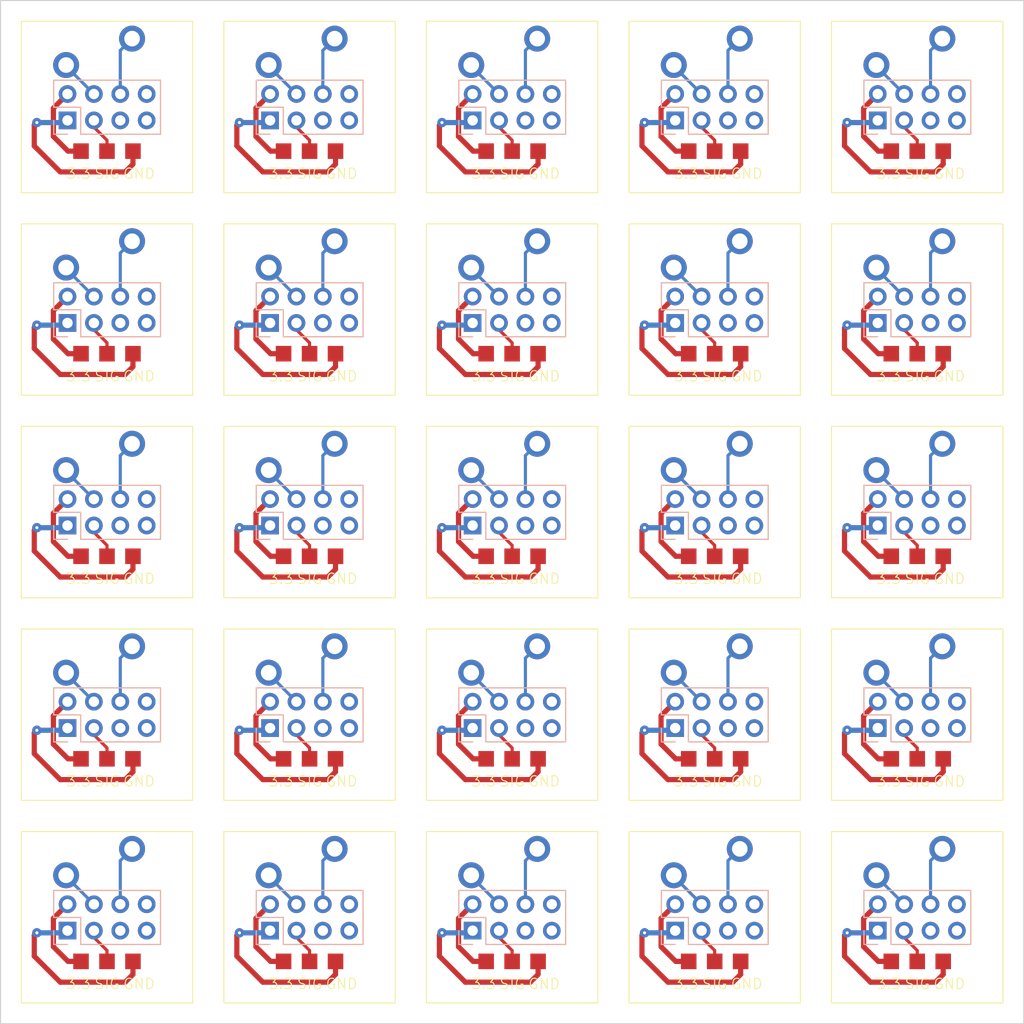
<source format=kicad_pcb>
(kicad_pcb (version 20240108) (generator "pcbnew") (generator_version "8.0")
  (layers (0 "F.Cu" signal) (31 "B.Cu" signal) (34 "B.Paste" user) (35 "F.Paste" user) (36 "B.SilkS" user "B.Silkscreen") (37 "F.SilkS" user "F.Silkscreen") (38 "B.Mask" user) (39 "F.Mask" user) (44 "Edge.Cuts" user))
  (net 0 "")
  (net 1 "Net-(J1-Pin_4)")
  (net 2 "Net-(J1-Pin_6)")
  (net 5 "Net-(J1-Pin_3)")
  (net 6 "Net-(J1-Pin_1)")
  (net 8 "Net-(J1-Pin_2)")
  (footprint "TestPoint:TestPoint_Pad_1.5x1.5mm" (layer "F.Cu") (at 5.75 51.5)
    (property "Reference" "TP30" (hide yes))
    (property "Value" "TestPoint" (hide yes))
  )
  (footprint "TestPoint:TestPoint_Pad_1.5x1.5mm" (layer "F.Cu") (at 66.75 12.5)
    (property "Reference" "TP7" (hide yes))
    (property "Value" "TestPoint" (hide yes))
  )
  (footprint "TestPoint:TestPoint_Pad_1.5x1.5mm" (layer "F.Cu") (at 25.25 12.5)
    (property "Reference" "TP3" (hide yes))
    (property "Value" "TestPoint" (hide yes))
  )
  (footprint "TestPoint:TestPoint_Pad_1.5x1.5mm" (layer "F.Cu") (at 64.25 71)
    (property "Reference" "TP54" (hide yes))
    (property "Value" "TestPoint" (hide yes))
  )
  (footprint "TestPoint:TestPoint_Pad_1.5x1.5mm" (layer "F.Cu") (at 30.25 90.5)
    (property "Reference" "TP62" (hide yes))
    (property "Value" "TestPoint" (hide yes))
  )
  (footprint "TestPoint:TestPoint_Pad_1.5x1.5mm" (layer "F.Cu") (at 86.25 90.5)
    (property "Reference" "TP70" (hide yes))
    (property "Value" "TestPoint" (hide yes))
  )
  (footprint "TestPoint:TestPoint_Pad_1.5x1.5mm" (layer "F.Cu") (at 83.75 90.5)
    (property "Reference" "TP72" (hide yes))
    (property "Value" "TestPoint" (hide yes))
  )
  (footprint "TestPoint:TestPoint_Pad_1.5x1.5mm" (layer "F.Cu") (at 44.75 90.5)
    (property "Reference" "TP66" (hide yes))
    (property "Value" "TestPoint" (hide yes))
  )
  (footprint "TestPoint:TestPoint_Pad_1.5x1.5mm" (layer "F.Cu") (at 25.25 71)
    (property "Reference" "TP48" (hide yes))
    (property "Value" "TestPoint" (hide yes))
  )
  (footprint "TestPoint:TestPoint_Pad_1.5x1.5mm" (layer "F.Cu") (at 27.75 71)
    (property "Reference" "TP46" (hide yes))
    (property "Value" "TestPoint" (hide yes))
  )
  (footprint "TestPoint:TestPoint_Pad_1.5x1.5mm" (layer "F.Cu") (at 69.25 32)
    (property "Reference" "TP23" (hide yes))
    (property "Value" "TestPoint" (hide yes))
  )
  (footprint "PCM_Switch_Keyboard_Cherry_MX:SW_Cherry_MX_Plate" (layer "F.Cu") (at 27.625 26.25)
    (property "Reference" "SW6" (hide yes))
    (property "Value" "SW_Push" (hide yes))
  )
  (footprint "TestPoint:TestPoint_Pad_1.5x1.5mm" (layer "F.Cu") (at 30.25 71)
    (property "Reference" "TP47" (hide yes))
    (property "Value" "TestPoint" (hide yes))
  )
  (footprint "TestPoint:TestPoint_Pad_1.5x1.5mm" (layer "F.Cu") (at 30.25 51.5)
    (property "Reference" "TP32" (hide yes))
    (property "Value" "TestPoint" (hide yes))
  )
  (footprint "PCM_Switch_Keyboard_Cherry_MX:SW_Cherry_MX_Plate" (layer "F.Cu") (at 66.625 6.75)
    (property "Reference" "SW3" (hide yes))
    (property "Value" "SW_Push" (hide yes))
  )
  (footprint "PCM_Switch_Keyboard_Cherry_MX:SW_Cherry_MX_Plate" (layer "F.Cu") (at 66.625 84.75)
    (property "Reference" "SW23" (hide yes))
    (property "Value" "SW_Push" (hide yes))
  )
  (footprint "TestPoint:TestPoint_Pad_1.5x1.5mm" (layer "F.Cu") (at 69.25 90.5)
    (property "Reference" "TP68" (hide yes))
    (property "Value" "TestPoint" (hide yes))
  )
  (footprint "PCM_Switch_Keyboard_Cherry_MX:SW_Cherry_MX_Plate" (layer "F.Cu") (at 66.625 26.25)
    (property "Reference" "SW8" (hide yes))
    (property "Value" "SW_Push" (hide yes))
  )
  (footprint "TestPoint:TestPoint_Pad_1.5x1.5mm" (layer "F.Cu") (at 49.75 32)
    (property "Reference" "TP20" (hide yes))
    (property "Value" "TestPoint" (hide yes))
  )
  (footprint "TestPoint:TestPoint_Pad_1.5x1.5mm" (layer "F.Cu") (at 47.25 71)
    (property "Reference" "TP49" (hide yes))
    (property "Value" "TestPoint" (hide yes))
  )
  (footprint "TestPoint:TestPoint_Pad_1.5x1.5mm" (layer "F.Cu") (at 27.75 32)
    (property "Reference" "TP16" (hide yes))
    (property "Value" "TestPoint" (hide yes))
  )
  (footprint "PCM_Switch_Keyboard_Cherry_MX:SW_Cherry_MX_Plate" (layer "F.Cu") (at 47.125 26.25)
    (property "Reference" "SW7" (hide yes))
    (property "Value" "SW_Push" (hide yes))
  )
  (footprint "TestPoint:TestPoint_Pad_1.5x1.5mm" (layer "F.Cu") (at 47.25 12.5)
    (property "Reference" "TP4" (hide yes))
    (property "Value" "TestPoint" (hide yes))
  )
  (footprint "TestPoint:TestPoint_Pad_1.5x1.5mm" (layer "F.Cu") (at 49.75 90.5)
    (property "Reference" "TP65" (hide yes))
    (property "Value" "TestPoint" (hide yes))
  )
  (footprint "TestPoint:TestPoint_Pad_1.5x1.5mm" (layer "F.Cu") (at 83.75 71)
    (property "Reference" "TP57" (hide yes))
    (property "Value" "TestPoint" (hide yes))
  )
  (footprint "PCM_Switch_Keyboard_Cherry_MX:SW_Cherry_MX_Plate" (layer "F.Cu") (at 8.125 45.75)
    (property "Reference" "SW10" (hide yes))
    (property "Value" "SW_Push" (hide yes))
  )
  (footprint "TestPoint:TestPoint_Pad_1.5x1.5mm" (layer "F.Cu") (at 47.25 51.5)
    (property "Reference" "TP34" (hide yes))
    (property "Value" "TestPoint" (hide yes))
  )
  (footprint "TestPoint:TestPoint_Pad_1.5x1.5mm" (layer "F.Cu") (at 86.25 12.5)
    (property "Reference" "TP10" (hide yes))
    (property "Value" "TestPoint" (hide yes))
  )
  (footprint "PCM_Switch_Keyboard_Cherry_MX:SW_Cherry_MX_Plate" (layer "F.Cu") (at 86.125 26.25)
    (property "Reference" "SW9" (hide yes))
    (property "Value" "SW_Push" (hide yes))
  )
  (footprint "TestPoint:TestPoint_Pad_1.5x1.5mm" (layer "F.Cu") (at 8.25 90.5)
    (property "Reference" "TP58" (hide yes))
    (property "Value" "TestPoint" (hide yes))
  )
  (footprint "PCM_Switch_Keyboard_Cherry_MX:SW_Cherry_MX_Plate" (layer "F.Cu") (at 27.625 45.75)
    (property "Reference" "SW11" (hide yes))
    (property "Value" "SW_Push" (hide yes))
  )
  (footprint "TestPoint:TestPoint_Pad_1.5x1.5mm" (layer "F.Cu") (at 86.25 71)
    (property "Reference" "TP55" (hide yes))
    (property "Value" "TestPoint" (hide yes))
  )
  (footprint "PCM_Switch_Keyboard_Cherry_MX:SW_Cherry_MX_Plate" (layer "F.Cu") (at 47.125 45.75)
    (property "Reference" "SW12" (hide yes))
    (property "Value" "SW_Push" (hide yes))
  )
  (footprint "PCM_Switch_Keyboard_Cherry_MX:SW_Cherry_MX_Plate" (layer "F.Cu") (at 8.125 65.25)
    (property "Reference" "SW15" (hide yes))
    (property "Value" "SW_Push" (hide yes))
  )
  (footprint "TestPoint:TestPoint_Pad_1.5x1.5mm" (layer "F.Cu") (at 88.75 71)
    (property "Reference" "TP56" (hide yes))
    (property "Value" "TestPoint" (hide yes))
  )
  (footprint "PCM_Switch_Keyboard_Cherry_MX:SW_Cherry_MX_Plate" (layer "F.Cu") (at 8.125 84.75)
    (property "Reference" "SW20" (hide yes))
    (property "Value" "SW_Push" (hide yes))
  )
  (footprint "TestPoint:TestPoint_Pad_1.5x1.5mm" (layer "F.Cu") (at 10.75 71)
    (property "Reference" "TP44" (hide yes))
    (property "Value" "TestPoint" (hide yes))
  )
  (footprint "PCM_Switch_Keyboard_Cherry_MX:SW_Cherry_MX_Plate" (layer "F.Cu") (at 86.125 6.75)
    (property "Reference" "SW4" (hide yes))
    (property "Value" "SW_Push" (hide yes))
  )
  (footprint "TestPoint:TestPoint_Pad_1.5x1.5mm" (layer "F.Cu") (at 47.25 32)
    (property "Reference" "TP19" (hide yes))
    (property "Value" "TestPoint" (hide yes))
  )
  (footprint "TestPoint:TestPoint_Pad_1.5x1.5mm" (layer "F.Cu") (at 5.75 71)
    (property "Reference" "TP45" (hide yes))
    (property "Value" "TestPoint" (hide yes))
  )
  (footprint "TestPoint:TestPoint_Pad_1.5x1.5mm" (layer "F.Cu") (at 30.25 32)
    (property "Reference" "TP17" (hide yes))
    (property "Value" "TestPoint" (hide yes))
  )
  (footprint "PCM_Switch_Keyboard_Cherry_MX:SW_Cherry_MX_Plate" (layer "F.Cu") (at 86.125 45.75)
    (property "Reference" "SW14" (hide yes))
    (property "Value" "SW_Push" (hide yes))
  )
  (footprint "TestPoint:TestPoint_Pad_1.5x1.5mm" (layer "F.Cu") (at 47.25 90.5)
    (property "Reference" "TP64" (hide yes))
    (property "Value" "TestPoint" (hide yes))
  )
  (footprint "TestPoint:TestPoint_Pad_1.5x1.5mm" (layer "F.Cu") (at 66.75 90.5)
    (property "Reference" "TP67" (hide yes))
    (property "Value" "TestPoint" (hide yes))
  )
  (footprint "TestPoint:TestPoint_Pad_1.5x1.5mm" (layer "F.Cu") (at 27.75 90.5)
    (property "Reference" "TP61" (hide yes))
    (property "Value" "TestPoint" (hide yes))
  )
  (footprint "TestPoint:TestPoint_Pad_1.5x1.5mm" (layer "F.Cu") (at 88.75 32)
    (property "Reference" "TP26" (hide yes))
    (property "Value" "TestPoint" (hide yes))
  )
  (footprint "TestPoint:TestPoint_Pad_1.5x1.5mm" (layer "F.Cu") (at 69.25 51.5)
    (property "Reference" "TP38" (hide yes))
    (property "Value" "TestPoint" (hide yes))
  )
  (footprint "TestPoint:TestPoint_Pad_1.5x1.5mm" (layer "F.Cu") (at 8.25 12.5)
    (property "Reference" "TP1" (hide yes))
    (property "Value" "TestPoint" (hide yes))
  )
  (footprint "TestPoint:TestPoint_Pad_1.5x1.5mm" (layer "F.Cu") (at 25.25 90.5)
    (property "Reference" "TP63" (hide yes))
    (property "Value" "TestPoint" (hide yes))
  )
  (footprint "TestPoint:TestPoint_Pad_1.5x1.5mm" (layer "F.Cu") (at 8.25 51.5)
    (property "Reference" "TP28" (hide yes))
    (property "Value" "TestPoint" (hide yes))
  )
  (footprint "PCM_Switch_Keyboard_Cherry_MX:SW_Cherry_MX_Plate" (layer "F.Cu") (at 27.625 6.75)
    (property "Reference" "SW1" (hide yes))
    (property "Value" "SW_Push" (hide yes))
  )
  (footprint "TestPoint:TestPoint_Pad_1.5x1.5mm" (layer "F.Cu") (at 25.25 32)
    (property "Reference" "TP18" (hide yes))
    (property "Value" "TestPoint" (hide yes))
  )
  (footprint "TestPoint:TestPoint_Pad_1.5x1.5mm" (layer "F.Cu") (at 69.25 71)
    (property "Reference" "TP53" (hide yes))
    (property "Value" "TestPoint" (hide yes))
  )
  (footprint "PCM_Switch_Keyboard_Cherry_MX:SW_Cherry_MX_Plate" (layer "F.Cu") (at 8.125 6.75)
    (property "Reference" "SW1" (hide yes))
    (property "Value" "SW_Push" (hide yes))
  )
  (footprint "TestPoint:TestPoint_Pad_1.5x1.5mm" (layer "F.Cu") (at 49.75 12.5)
    (property "Reference" "TP5" (hide yes))
    (property "Value" "TestPoint" (hide yes))
  )
  (footprint "TestPoint:TestPoint_Pad_1.5x1.5mm" (layer "F.Cu") (at 8.25 32)
    (property "Reference" "TP13" (hide yes))
    (property "Value" "TestPoint" (hide yes))
  )
  (footprint "TestPoint:TestPoint_Pad_1.5x1.5mm" (layer "F.Cu") (at 88.75 12.5)
    (property "Reference" "TP11" (hide yes))
    (property "Value" "TestPoint" (hide yes))
  )
  (footprint "TestPoint:TestPoint_Pad_1.5x1.5mm" (layer "F.Cu") (at 66.75 71)
    (property "Reference" "TP52" (hide yes))
    (property "Value" "TestPoint" (hide yes))
  )
  (footprint "PCM_Switch_Keyboard_Cherry_MX:SW_Cherry_MX_Plate" (layer "F.Cu") (at 47.125 6.75)
    (property "Reference" "SW2" (hide yes))
    (property "Value" "SW_Push" (hide yes))
  )
  (footprint "PCM_Switch_Keyboard_Cherry_MX:SW_Cherry_MX_Plate" (layer "F.Cu") (at 27.625 84.75)
    (property "Reference" "SW21" (hide yes))
    (property "Value" "SW_Push" (hide yes))
  )
  (footprint "PCM_Switch_Keyboard_Cherry_MX:SW_Cherry_MX_Plate" (layer "F.Cu") (at 47.125 65.25)
    (property "Reference" "SW17" (hide yes))
    (property "Value" "SW_Push" (hide yes))
  )
  (footprint "PCM_Switch_Keyboard_Cherry_MX:SW_Cherry_MX_Plate" (layer "F.Cu") (at 27.625 65.25)
    (property "Reference" "SW16" (hide yes))
    (property "Value" "SW_Push" (hide yes))
  )
  (footprint "TestPoint:TestPoint_Pad_1.5x1.5mm" (layer "F.Cu") (at 64.25 90.5)
    (property "Reference" "TP69" (hide yes))
    (property "Value" "TestPoint" (hide yes))
  )
  (footprint "TestPoint:TestPoint_Pad_1.5x1.5mm" (layer "F.Cu") (at 64.25 32)
    (property "Reference" "TP24" (hide yes))
    (property "Value" "TestPoint" (hide yes))
  )
  (footprint "TestPoint:TestPoint_Pad_1.5x1.5mm" (layer "F.Cu") (at 49.75 51.5)
    (property "Reference" "TP35" (hide yes))
    (property "Value" "TestPoint" (hide yes))
  )
  (footprint "TestPoint:TestPoint_Pad_1.5x1.5mm" (layer "F.Cu") (at 83.75 32)
    (property "Reference" "TP27" (hide yes))
    (property "Value" "TestPoint" (hide yes))
  )
  (footprint "TestPoint:TestPoint_Pad_1.5x1.5mm" (layer "F.Cu") (at 44.75 32)
    (property "Reference" "TP21" (hide yes))
    (property "Value" "TestPoint" (hide yes))
  )
  (footprint "PCM_Switch_Keyboard_Cherry_MX:SW_Cherry_MX_Plate" (layer "F.Cu") (at 8.125 26.25)
    (property "Reference" "SW5" (hide yes))
    (property "Value" "SW_Push" (hide yes))
  )
  (footprint "TestPoint:TestPoint_Pad_1.5x1.5mm" (layer "F.Cu") (at 5.75 32)
    (property "Reference" "TP15" (hide yes))
    (property "Value" "TestPoint" (hide yes))
  )
  (footprint "PCM_Switch_Keyboard_Cherry_MX:SW_Cherry_MX_Plate" (layer "F.Cu") (at 86.125 84.75)
    (property "Reference" "SW24" (hide yes))
    (property "Value" "SW_Push" (hide yes))
  )
  (footprint "TestPoint:TestPoint_Pad_1.5x1.5mm" (layer "F.Cu") (at 66.75 51.5)
    (property "Reference" "TP37" (hide yes))
    (property "Value" "TestPoint" (hide yes))
  )
  (footprint "TestPoint:TestPoint_Pad_1.5x1.5mm" (layer "F.Cu") (at 5.75 12.5)
    (property "Reference" "TP3" (hide yes))
    (property "Value" "TestPoint" (hide yes))
  )
  (footprint "TestPoint:TestPoint_Pad_1.5x1.5mm" (layer "F.Cu") (at 44.75 71)
    (property "Reference" "TP51" (hide yes))
    (property "Value" "TestPoint" (hide yes))
  )
  (footprint "TestPoint:TestPoint_Pad_1.5x1.5mm" (layer "F.Cu") (at 83.75 12.5)
    (property "Reference" "TP12" (hide yes))
    (property "Value" "TestPoint" (hide yes))
  )
  (footprint "TestPoint:TestPoint_Pad_1.5x1.5mm" (layer "F.Cu") (at 44.75 12.5)
    (property "Reference" "TP6" (hide yes))
    (property "Value" "TestPoint" (hide yes))
  )
  (footprint "TestPoint:TestPoint_Pad_1.5x1.5mm" (layer "F.Cu") (at 66.75 32)
    (property "Reference" "TP22" (hide yes))
    (property "Value" "TestPoint" (hide yes))
  )
  (footprint "TestPoint:TestPoint_Pad_1.5x1.5mm" (layer "F.Cu") (at 49.75 71)
    (property "Reference" "TP50" (hide yes))
    (property "Value" "TestPoint" (hide yes))
  )
  (footprint "TestPoint:TestPoint_Pad_1.5x1.5mm" (layer "F.Cu") (at 10.75 51.5)
    (property "Reference" "TP29" (hide yes))
    (property "Value" "TestPoint" (hide yes))
  )
  (footprint "TestPoint:TestPoint_Pad_1.5x1.5mm" (layer "F.Cu") (at 25.25 51.5)
    (property "Reference" "TP33" (hide yes))
    (property "Value" "TestPoint" (hide yes))
  )
  (footprint "TestPoint:TestPoint_Pad_1.5x1.5mm" (layer "F.Cu") (at 64.25 51.5)
    (property "Reference" "TP39" (hide yes))
    (property "Value" "TestPoint" (hide yes))
  )
  (footprint "TestPoint:TestPoint_Pad_1.5x1.5mm" (layer "F.Cu") (at 8.25 71)
    (property "Reference" "TP43" (hide yes))
    (property "Value" "TestPoint" (hide yes))
  )
  (footprint "TestPoint:TestPoint_Pad_1.5x1.5mm" (layer "F.Cu") (at 30.25 12.5)
    (property "Reference" "TP2" (hide yes))
    (property "Value" "TestPoint" (hide yes))
  )
  (footprint "TestPoint:TestPoint_Pad_1.5x1.5mm" (layer "F.Cu") (at 64.25 12.5)
    (property "Reference" "TP9" (hide yes))
    (property "Value" "TestPoint" (hide yes))
  )
  (footprint "TestPoint:TestPoint_Pad_1.5x1.5mm" (layer "F.Cu") (at 86.25 32)
    (property "Reference" "TP25" (hide yes))
    (property "Value" "TestPoint" (hide yes))
  )
  (footprint "PCM_Switch_Keyboard_Cherry_MX:SW_Cherry_MX_Plate" (layer "F.Cu") (at 66.625 45.75)
    (property "Reference" "SW13" (hide yes))
    (property "Value" "SW_Push" (hide yes))
  )
  (footprint "TestPoint:TestPoint_Pad_1.5x1.5mm" (layer "F.Cu") (at 88.75 90.5)
    (property "Reference" "TP71" (hide yes))
    (property "Value" "TestPoint" (hide yes))
  )
  (footprint "TestPoint:TestPoint_Pad_1.5x1.5mm" (layer "F.Cu") (at 10.75 12.5)
    (property "Reference" "TP2" (hide yes))
    (property "Value" "TestPoint" (hide yes))
  )
  (footprint "TestPoint:TestPoint_Pad_1.5x1.5mm" (layer "F.Cu") (at 44.75 51.5)
    (property "Reference" "TP36" (hide yes))
    (property "Value" "TestPoint" (hide yes))
  )
  (footprint "TestPoint:TestPoint_Pad_1.5x1.5mm" (layer "F.Cu") (at 69.25 12.5)
    (property "Reference" "TP8" (hide yes))
    (property "Value" "TestPoint" (hide yes))
  )
  (footprint "TestPoint:TestPoint_Pad_1.5x1.5mm" (layer "F.Cu") (at 10.75 90.5)
    (property "Reference" "TP59" (hide yes))
    (property "Value" "TestPoint" (hide yes))
  )
  (footprint "TestPoint:TestPoint_Pad_1.5x1.5mm" (layer "F.Cu") (at 83.75 51.5)
    (property "Reference" "TP42" (hide yes))
    (property "Value" "TestPoint" (hide yes))
  )
  (footprint "TestPoint:TestPoint_Pad_1.5x1.5mm" (layer "F.Cu") (at 5.75 90.5)
    (property "Reference" "TP60" (hide yes))
    (property "Value" "TestPoint" (hide yes))
  )
  (footprint "TestPoint:TestPoint_Pad_1.5x1.5mm" (layer "F.Cu") (at 27.75 12.5)
    (property "Reference" "TP1" (hide yes))
    (property "Value" "TestPoint" (hide yes))
  )
  (footprint "PCM_Switch_Keyboard_Cherry_MX:SW_Cherry_MX_Plate" (layer "F.Cu") (at 66.625 65.25)
    (property "Reference" "SW18" (hide yes))
    (property "Value" "SW_Push" (hide yes))
  )
  (footprint "PCM_Switch_Keyboard_Cherry_MX:SW_Cherry_MX_Plate" (layer "F.Cu") (at 86.125 65.25)
    (property "Reference" "SW19" (hide yes))
    (property "Value" "SW_Push" (hide yes))
  )
  (footprint "TestPoint:TestPoint_Pad_1.5x1.5mm" (layer "F.Cu") (at 86.25 51.5)
    (property "Reference" "TP40" (hide yes))
    (property "Value" "TestPoint" (hide yes))
  )
  (footprint "PCM_Switch_Keyboard_Cherry_MX:SW_Cherry_MX_Plate" (layer "F.Cu") (at 47.125 84.75)
    (property "Reference" "SW22" (hide yes))
    (property "Value" "SW_Push" (hide yes))
  )
  (footprint "TestPoint:TestPoint_Pad_1.5x1.5mm" (layer "F.Cu") (at 88.75 51.5)
    (property "Reference" "TP41" (hide yes))
    (property "Value" "TestPoint" (hide yes))
  )
  (footprint "TestPoint:TestPoint_Pad_1.5x1.5mm" (layer "F.Cu") (at 10.75 32)
    (property "Reference" "TP14" (hide yes))
    (property "Value" "TestPoint" (hide yes))
  )
  (footprint "TestPoint:TestPoint_Pad_1.5x1.5mm" (layer "F.Cu") (at 27.75 51.5)
    (property "Reference" "TP31" (hide yes))
    (property "Value" "TestPoint" (hide yes))
  )
  (footprint "Connector_PinSocket_2.54mm:PinSocket_2x04_P2.54mm_Vertical" (layer "B.Cu") (at 82.45 9.54 -90)
    (property "Reference" "J4" (hide yes))
    (property "Value" "Conn_02x04_Odd_Even" (hide yes))
  )
  (footprint "Connector_PinSocket_2.54mm:PinSocket_2x04_P2.54mm_Vertical" (layer "B.Cu") (at 4.45 68.04 -90)
    (property "Reference" "J15" (hide yes))
    (property "Value" "Conn_02x04_Odd_Even" (hide yes))
  )
  (footprint "Connector_PinSocket_2.54mm:PinSocket_2x04_P2.54mm_Vertical" (layer "B.Cu") (at 4.45 29.04 -90)
    (property "Reference" "J5" (hide yes))
    (property "Value" "Conn_02x04_Odd_Even" (hide yes))
  )
  (footprint "Connector_PinSocket_2.54mm:PinSocket_2x04_P2.54mm_Vertical" (layer "B.Cu") (at 62.95 29.04 -90)
    (property "Reference" "J8" (hide yes))
    (property "Value" "Conn_02x04_Odd_Even" (hide yes))
  )
  (footprint "Connector_PinSocket_2.54mm:PinSocket_2x04_P2.54mm_Vertical" (layer "B.Cu") (at 23.95 48.54 -90)
    (property "Reference" "J11" (hide yes))
    (property "Value" "Conn_02x04_Odd_Even" (hide yes))
  )
  (footprint "Connector_PinSocket_2.54mm:PinSocket_2x04_P2.54mm_Vertical" (layer "B.Cu") (at 43.45 68.04 -90)
    (property "Reference" "J17" (hide yes))
    (property "Value" "Conn_02x04_Odd_Even" (hide yes))
  )
  (footprint "Connector_PinSocket_2.54mm:PinSocket_2x04_P2.54mm_Vertical" (layer "B.Cu") (at 82.45 48.54 -90)
    (property "Reference" "J14" (hide yes))
    (property "Value" "Conn_02x04_Odd_Even" (hide yes))
  )
  (footprint "Connector_PinSocket_2.54mm:PinSocket_2x04_P2.54mm_Vertical" (layer "B.Cu") (at 62.95 9.54 -90)
    (property "Reference" "J3" (hide yes))
    (property "Value" "Conn_02x04_Odd_Even" (hide yes))
  )
  (footprint "Connector_PinSocket_2.54mm:PinSocket_2x04_P2.54mm_Vertical" (layer "B.Cu") (at 23.95 68.04 -90)
    (property "Reference" "J16" (hide yes))
    (property "Value" "Conn_02x04_Odd_Even" (hide yes))
  )
  (footprint "Connector_PinSocket_2.54mm:PinSocket_2x04_P2.54mm_Vertical" (layer "B.Cu") (at 82.45 87.54 -90)
    (property "Reference" "J24" (hide yes))
    (property "Value" "Conn_02x04_Odd_Even" (hide yes))
  )
  (footprint "Connector_PinSocket_2.54mm:PinSocket_2x04_P2.54mm_Vertical" (layer "B.Cu") (at 4.45 9.54 -90)
    (property "Reference" "J1" (hide yes))
    (property "Value" "Conn_02x04_Odd_Even" (hide yes))
  )
  (footprint "Connector_PinSocket_2.54mm:PinSocket_2x04_P2.54mm_Vertical" (layer "B.Cu") (at 82.45 68.04 -90)
    (property "Reference" "J19" (hide yes))
    (property "Value" "Conn_02x04_Odd_Even" (hide yes))
  )
  (footprint "Connector_PinSocket_2.54mm:PinSocket_2x04_P2.54mm_Vertical" (layer "B.Cu") (at 23.95 9.54 -90)
    (property "Reference" "J1" (hide yes))
    (property "Value" "Conn_02x04_Odd_Even" (hide yes))
  )
  (footprint "Connector_PinSocket_2.54mm:PinSocket_2x04_P2.54mm_Vertical" (layer "B.Cu") (at 43.45 87.54 -90)
    (property "Reference" "J22" (hide yes))
    (property "Value" "Conn_02x04_Odd_Even" (hide yes))
  )
  (footprint "Connector_PinSocket_2.54mm:PinSocket_2x04_P2.54mm_Vertical" (layer "B.Cu") (at 23.95 87.54 -90)
    (property "Reference" "J21" (hide yes))
    (property "Value" "Conn_02x04_Odd_Even" (hide yes))
  )
  (footprint "Connector_PinSocket_2.54mm:PinSocket_2x04_P2.54mm_Vertical" (layer "B.Cu") (at 4.45 87.54 -90)
    (property "Reference" "J20" (hide yes))
    (property "Value" "Conn_02x04_Odd_Even" (hide yes))
  )
  (footprint "Connector_PinSocket_2.54mm:PinSocket_2x04_P2.54mm_Vertical" (layer "B.Cu") (at 62.95 48.54 -90)
    (property "Reference" "J13" (hide yes))
    (property "Value" "Conn_02x04_Odd_Even" (hide yes))
  )
  (footprint "Connector_PinSocket_2.54mm:PinSocket_2x04_P2.54mm_Vertical" (layer "B.Cu") (at 43.45 29.04 -90)
    (property "Reference" "J7" (hide yes))
    (property "Value" "Conn_02x04_Odd_Even" (hide yes))
  )
  (footprint "Connector_PinSocket_2.54mm:PinSocket_2x04_P2.54mm_Vertical" (layer "B.Cu") (at 43.45 9.54 -90)
    (property "Reference" "J2" (hide yes))
    (property "Value" "Conn_02x04_Odd_Even" (hide yes))
  )
  (footprint "Connector_PinSocket_2.54mm:PinSocket_2x04_P2.54mm_Vertical" (layer "B.Cu") (at 23.95 29.04 -90)
    (property "Reference" "J6" (hide yes))
    (property "Value" "Conn_02x04_Odd_Even" (hide yes))
  )
  (footprint "Connector_PinSocket_2.54mm:PinSocket_2x04_P2.54mm_Vertical" (layer "B.Cu") (at 62.95 68.04 -90)
    (property "Reference" "J18" (hide yes))
    (property "Value" "Conn_02x04_Odd_Even" (hide yes))
  )
  (footprint "Connector_PinSocket_2.54mm:PinSocket_2x04_P2.54mm_Vertical" (layer "B.Cu") (at 43.45 48.54 -90)
    (property "Reference" "J12" (hide yes))
    (property "Value" "Conn_02x04_Odd_Even" (hide yes))
  )
  (footprint "Connector_PinSocket_2.54mm:PinSocket_2x04_P2.54mm_Vertical" (layer "B.Cu") (at 62.95 87.54 -90)
    (property "Reference" "J23" (hide yes))
    (property "Value" "Conn_02x04_Odd_Even" (hide yes))
  )
  (footprint "Connector_PinSocket_2.54mm:PinSocket_2x04_P2.54mm_Vertical" (layer "B.Cu") (at 82.45 29.04 -90)
    (property "Reference" "J9" (hide yes))
    (property "Value" "Conn_02x04_Odd_Even" (hide yes))
  )
  (footprint "Connector_PinSocket_2.54mm:PinSocket_2x04_P2.54mm_Vertical" (layer "B.Cu") (at 4.45 48.54 -90)
    (property "Reference" "J10" (hide yes))
    (property "Value" "Conn_02x04_Odd_Even" (hide yes))
  )
  (gr_rect (start 0 78) (end 16.5 94.5) (stroke (width 0.1)) (fill none) (layer "F.SilkS"))
  (gr_rect (start 58.5 78) (end 75 94.5) (stroke (width 0.1)) (fill none) (layer "F.SilkS"))
  (gr_rect (start 78 0) (end 94.5 16.5) (stroke (width 0.1)) (fill none) (layer "F.SilkS"))
  (gr_rect (start 19.5 39) (end 36 55.5) (stroke (width 0.1)) (fill none) (layer "F.SilkS"))
  (gr_rect (start 0 58.5) (end 16.5 75) (stroke (width 0.1)) (fill none) (layer "F.SilkS"))
  (gr_rect (start 78 58.5) (end 94.5 75) (stroke (width 0.1)) (fill none) (layer "F.SilkS"))
  (gr_rect (start 19.5 0) (end 36 16.5) (stroke (width 0.1)) (fill none) (layer "F.SilkS"))
  (gr_rect (start 0 0) (end 16.5 16.5) (stroke (width 0.1)) (fill none) (layer "F.SilkS"))
  (gr_rect (start 78 19.5) (end 94.5 36) (stroke (width 0.1)) (fill none) (layer "F.SilkS"))
  (gr_rect (start 78 39) (end 94.5 55.5) (stroke (width 0.1)) (fill none) (layer "F.SilkS"))
  (gr_rect (start 58.5 39) (end 75 55.5) (stroke (width 0.1)) (fill none) (layer "F.SilkS"))
  (gr_rect (start 58.5 58.5) (end 75 75) (stroke (width 0.1)) (fill none) (layer "F.SilkS"))
  (gr_rect (start 58.5 19.5) (end 75 36) (stroke (width 0.1)) (fill none) (layer "F.SilkS"))
  (gr_rect (start 39 78) (end 55.5 94.5) (stroke (width 0.1)) (fill none) (layer "F.SilkS"))
  (gr_rect (start 0 39) (end 16.5 55.5) (stroke (width 0.1)) (fill none) (layer "F.SilkS"))
  (gr_rect (start 78 78) (end 94.5 94.5) (stroke (width 0.1)) (fill none) (layer "F.SilkS"))
  (gr_rect (start 19.5 58.5) (end 36 75) (stroke (width 0.1)) (fill none) (layer "F.SilkS"))
  (gr_rect (start 39 58.5) (end 55.5 75) (stroke (width 0.1)) (fill none) (layer "F.SilkS"))
  (gr_rect (start 39 19.5) (end 55.5 36) (stroke (width 0.1)) (fill none) (layer "F.SilkS"))
  (gr_rect (start 19.5 19.5) (end 36 36) (stroke (width 0.1)) (fill none) (layer "F.SilkS"))
  (gr_rect (start 58.5 0) (end 75 16.5) (stroke (width 0.1)) (fill none) (layer "F.SilkS"))
  (gr_rect (start 0 19.5) (end 16.5 36) (stroke (width 0.1)) (fill none) (layer "F.SilkS"))
  (gr_rect (start 39 0) (end 55.5 16.5) (stroke (width 0.1)) (fill none) (layer "F.SilkS"))
  (gr_rect (start 19.5 78) (end 36 94.5) (stroke (width 0.1)) (fill none) (layer "F.SilkS"))
  (gr_rect (start 39 39) (end 55.5 55.5) (stroke (width 0.1)) (fill none) (layer "F.SilkS"))
  (gr_rect (start -2 -2) (end 96.5 96.5) (stroke (width 0.1)) (fill none) (layer "Edge.Cuts"))
  (gr_text "GND" (at 68.25 93.25 0) (layer "F.SilkS") (effects (font (size 1 1) (thickness 0.1)) (justify left bottom)))
  (gr_text "GND" (at 9.75 93.25 0) (layer "F.SilkS") (effects (font (size 1 1) (thickness 0.1)) (justify left bottom)))
  (gr_text "SIG" (at 65.485715 15.25 0) (layer "F.SilkS") (effects (font (size 1 1) (thickness 0.1)) (justify left bottom)))
  (gr_text "SIG" (at 84.985715 15.25 0) (layer "F.SilkS") (effects (font (size 1 1) (thickness 0.1)) (justify left bottom)))
  (gr_text "SIG" (at 26.485715 34.75 0) (layer "F.SilkS") (effects (font (size 1 1) (thickness 0.1)) (justify left bottom)))
  (gr_text "GND" (at 9.75 54.25 0) (layer "F.SilkS") (effects (font (size 1 1) (thickness 0.1)) (justify left bottom)))
  (gr_text "SIG" (at 6.985715 73.75 0) (layer "F.SilkS") (effects (font (size 1 1) (thickness 0.1)) (justify left bottom)))
  (gr_text "SIG" (at 45.985715 15.25 0) (layer "F.SilkS") (effects (font (size 1 1) (thickness 0.1)) (justify left bottom)))
  (gr_text "SIG" (at 26.485715 73.75 0) (layer "F.SilkS") (effects (font (size 1 1) (thickness 0.1)) (justify left bottom)))
  (gr_text "GND" (at 68.25 34.75 0) (layer "F.SilkS") (effects (font (size 1 1) (thickness 0.1)) (justify left bottom)))
  (gr_text "3.3" (at 82.25 34.75 0) (layer "F.SilkS") (effects (font (size 1 1) (thickness 0.1)) (justify left bottom)))
  (gr_text "SIG" (at 65.485715 54.25 0) (layer "F.SilkS") (effects (font (size 1 1) (thickness 0.1)) (justify left bottom)))
  (gr_text "3.3" (at 4.25 93.25 0) (layer "F.SilkS") (effects (font (size 1 1) (thickness 0.1)) (justify left bottom)))
  (gr_text "SIG" (at 84.985715 73.75 0) (layer "F.SilkS") (effects (font (size 1 1) (thickness 0.1)) (justify left bottom)))
  (gr_text "GND" (at 48.75 73.75 0) (layer "F.SilkS") (effects (font (size 1 1) (thickness 0.1)) (justify left bottom)))
  (gr_text "SIG" (at 65.485715 34.75 0) (layer "F.SilkS") (effects (font (size 1 1) (thickness 0.1)) (justify left bottom)))
  (gr_text "3.3" (at 23.75 73.75 0) (layer "F.SilkS") (effects (font (size 1 1) (thickness 0.1)) (justify left bottom)))
  (gr_text "GND" (at 9.75 34.75 0) (layer "F.SilkS") (effects (font (size 1 1) (thickness 0.1)) (justify left bottom)))
  (gr_text "GND" (at 87.75 54.25 0) (layer "F.SilkS") (effects (font (size 1 1) (thickness 0.1)) (justify left bottom)))
  (gr_text "3.3" (at 62.75 93.25 0) (layer "F.SilkS") (effects (font (size 1 1) (thickness 0.1)) (justify left bottom)))
  (gr_text "GND" (at 29.25 54.25 0) (layer "F.SilkS") (effects (font (size 1 1) (thickness 0.1)) (justify left bottom)))
  (gr_text "3.3" (at 62.75 54.25 0) (layer "F.SilkS") (effects (font (size 1 1) (thickness 0.1)) (justify left bottom)))
  (gr_text "3.3" (at 43.25 93.25 0) (layer "F.SilkS") (effects (font (size 1 1) (thickness 0.1)) (justify left bottom)))
  (gr_text "GND" (at 68.25 15.25 0) (layer "F.SilkS") (effects (font (size 1 1) (thickness 0.1)) (justify left bottom)))
  (gr_text "GND" (at 48.75 34.75 0) (layer "F.SilkS") (effects (font (size 1 1) (thickness 0.1)) (justify left bottom)))
  (gr_text "SIG" (at 84.985715 54.25 0) (layer "F.SilkS") (effects (font (size 1 1) (thickness 0.1)) (justify left bottom)))
  (gr_text "3.3" (at 23.75 93.25 0) (layer "F.SilkS") (effects (font (size 1 1) (thickness 0.1)) (justify left bottom)))
  (gr_text "GND" (at 87.75 15.25 0) (layer "F.SilkS") (effects (font (size 1 1) (thickness 0.1)) (justify left bottom)))
  (gr_text "SIG" (at 45.985715 73.75 0) (layer "F.SilkS") (effects (font (size 1 1) (thickness 0.1)) (justify left bottom)))
  (gr_text "GND" (at 87.75 73.75 0) (layer "F.SilkS") (effects (font (size 1 1) (thickness 0.1)) (justify left bottom)))
  (gr_text "3.3" (at 43.25 34.75 0) (layer "F.SilkS") (effects (font (size 1 1) (thickness 0.1)) (justify left bottom)))
  (gr_text "SIG" (at 65.485715 73.75 0) (layer "F.SilkS") (effects (font (size 1 1) (thickness 0.1)) (justify left bottom)))
  (gr_text "3.3" (at 62.75 34.75 0) (layer "F.SilkS") (effects (font (size 1 1) (thickness 0.1)) (justify left bottom)))
  (gr_text "GND" (at 48.75 15.25 0) (layer "F.SilkS") (effects (font (size 1 1) (thickness 0.1)) (justify left bottom)))
  (gr_text "SIG" (at 26.485715 54.25 0) (layer "F.SilkS") (effects (font (size 1 1) (thickness 0.1)) (justify left bottom)))
  (gr_text "SIG" (at 84.985715 93.25 0) (layer "F.SilkS") (effects (font (size 1 1) (thickness 0.1)) (justify left bottom)))
  (gr_text "SIG" (at 65.485715 93.25 0) (layer "F.SilkS") (effects (font (size 1 1) (thickness 0.1)) (justify left bottom)))
  (gr_text "3.3" (at 23.75 15.25 0) (layer "F.SilkS") (effects (font (size 1 1) (thickness 0.1)) (justify left bottom)))
  (gr_text "3.3" (at 62.75 73.75 0) (layer "F.SilkS") (effects (font (size 1 1) (thickness 0.1)) (justify left bottom)))
  (gr_text "GND" (at 48.75 93.25 0) (layer "F.SilkS") (effects (font (size 1 1) (thickness 0.1)) (justify left bottom)))
  (gr_text "3.3" (at 43.25 15.25 0) (layer "F.SilkS") (effects (font (size 1 1) (thickness 0.1)) (justify left bottom)))
  (gr_text "3.3" (at 4.25 73.75 0) (layer "F.SilkS") (effects (font (size 1 1) (thickness 0.1)) (justify left bottom)))
  (gr_text "GND" (at 9.75 73.75 0) (layer "F.SilkS") (effects (font (size 1 1) (thickness 0.1)) (justify left bottom)))
  (gr_text "GND" (at 87.75 93.25 0) (layer "F.SilkS") (effects (font (size 1 1) (thickness 0.1)) (justify left bottom)))
  (gr_text "GND" (at 68.25 54.25 0) (layer "F.SilkS") (effects (font (size 1 1) (thickness 0.1)) (justify left bottom)))
  (gr_text "3.3" (at 4.25 54.25 0) (layer "F.SilkS") (effects (font (size 1 1) (thickness 0.1)) (justify left bottom)))
  (gr_text "SIG" (at 6.985715 54.25 0) (layer "F.SilkS") (effects (font (size 1 1) (thickness 0.1)) (justify left bottom)))
  (gr_text "SIG" (at 84.985715 34.75 0) (layer "F.SilkS") (effects (font (size 1 1) (thickness 0.1)) (justify left bottom)))
  (gr_text "GND" (at 9.75 15.25 0) (layer "F.SilkS") (effects (font (size 1 1) (thickness 0.1)) (justify left bottom)))
  (gr_text "SIG" (at 45.985715 93.25 0) (layer "F.SilkS") (effects (font (size 1 1) (thickness 0.1)) (justify left bottom)))
  (gr_text "SIG" (at 26.485715 15.25 0) (layer "F.SilkS") (effects (font (size 1 1) (thickness 0.1)) (justify left bottom)))
  (gr_text "3.3" (at 82.25 54.25 0) (layer "F.SilkS") (effects (font (size 1 1) (thickness 0.1)) (justify left bottom)))
  (gr_text "SIG" (at 6.985715 15.25 0) (layer "F.SilkS") (effects (font (size 1 1) (thickness 0.1)) (justify left bottom)))
  (gr_text "GND" (at 29.25 93.25 0) (layer "F.SilkS") (effects (font (size 1 1) (thickness 0.1)) (justify left bottom)))
  (gr_text "3.3" (at 43.25 54.25 0) (layer "F.SilkS") (effects (font (size 1 1) (thickness 0.1)) (justify left bottom)))
  (gr_text "3.3" (at 82.25 93.25 0) (layer "F.SilkS") (effects (font (size 1 1) (thickness 0.1)) (justify left bottom)))
  (gr_text "3.3" (at 23.75 54.25 0) (layer "F.SilkS") (effects (font (size 1 1) (thickness 0.1)) (justify left bottom)))
  (gr_text "3.3" (at 4.25 34.75 0) (layer "F.SilkS") (effects (font (size 1 1) (thickness 0.1)) (justify left bottom)))
  (gr_text "3.3" (at 4.25 15.25 0) (layer "F.SilkS") (effects (font (size 1 1) (thickness 0.1)) (justify left bottom)))
  (gr_text "GND" (at 87.75 34.75 0) (layer "F.SilkS") (effects (font (size 1 1) (thickness 0.1)) (justify left bottom)))
  (gr_text "3.3" (at 82.25 15.25 0) (layer "F.SilkS") (effects (font (size 1 1) (thickness 0.1)) (justify left bottom)))
  (gr_text "3.3" (at 43.25 73.75 0) (layer "F.SilkS") (effects (font (size 1 1) (thickness 0.1)) (justify left bottom)))
  (gr_text "SIG" (at 45.985715 34.75 0) (layer "F.SilkS") (effects (font (size 1 1) (thickness 0.1)) (justify left bottom)))
  (gr_text "GND" (at 68.25 73.75 0) (layer "F.SilkS") (effects (font (size 1 1) (thickness 0.1)) (justify left bottom)))
  (gr_text "GND" (at 48.75 54.25 0) (layer "F.SilkS") (effects (font (size 1 1) (thickness 0.1)) (justify left bottom)))
  (gr_text "GND" (at 29.25 73.75 0) (layer "F.SilkS") (effects (font (size 1 1) (thickness 0.1)) (justify left bottom)))
  (gr_text "SIG" (at 45.985715 54.25 0) (layer "F.SilkS") (effects (font (size 1 1) (thickness 0.1)) (justify left bottom)))
  (gr_text "3.3" (at 82.25 73.75 0) (layer "F.SilkS") (effects (font (size 1 1) (thickness 0.1)) (justify left bottom)))
  (gr_text "GND" (at 29.25 34.75 0) (layer "F.SilkS") (effects (font (size 1 1) (thickness 0.1)) (justify left bottom)))
  (gr_text "SIG" (at 26.485715 93.25 0) (layer "F.SilkS") (effects (font (size 1 1) (thickness 0.1)) (justify left bottom)))
  (gr_text "SIG" (at 6.985715 34.75 0) (layer "F.SilkS") (effects (font (size 1 1) (thickness 0.1)) (justify left bottom)))
  (gr_text "3.3" (at 23.75 34.75 0) (layer "F.SilkS") (effects (font (size 1 1) (thickness 0.1)) (justify left bottom)))
  (gr_text "SIG" (at 6.985715 93.25 0) (layer "F.SilkS") (effects (font (size 1 1) (thickness 0.1)) (justify left bottom)))
  (gr_text "GND" (at 29.25 15.25 0) (layer "F.SilkS") (effects (font (size 1 1) (thickness 0.1)) (justify left bottom)))
  (gr_text "3.3" (at 62.75 15.25 0) (layer "F.SilkS") (effects (font (size 1 1) (thickness 0.1)) (justify left bottom)))
  (segment (start 23.815 23.825) (end 23.815 23.71) (width 0.3) (layer "B.Cu") (net 1))
  (segment (start 62.815 4.325) (end 62.815 4.21) (width 0.3) (layer "B.Cu") (net 1))
  (segment (start 26.49 46) (end 23.815 43.325) (width 0.3) (layer "B.Cu") (net 1))
  (segment (start 26.49 7) (end 23.815 4.325) (width 0.3) (layer "B.Cu") (net 1))
  (segment (start 43.315 82.325) (end 43.315 82.21) (width 0.3) (layer "B.Cu") (net 1))
  (segment (start 65.49 46) (end 62.815 43.325) (width 0.3) (layer "B.Cu") (net 1))
  (segment (start 23.815 43.325) (end 23.815 43.21) (width 0.3) (layer "B.Cu") (net 1))
  (segment (start 45.99 85) (end 43.315 82.325) (width 0.3) (layer "B.Cu") (net 1))
  (segment (start 4.315 82.325) (end 4.315 82.21) (width 0.3) (layer "B.Cu") (net 1))
  (segment (start 84.99 7) (end 82.315 4.325) (width 0.3) (layer "B.Cu") (net 1))
  (segment (start 6.99 65.5) (end 4.315 62.825) (width 0.3) (layer "B.Cu") (net 1))
  (segment (start 45.99 65.5) (end 43.315 62.825) (width 0.3) (layer "B.Cu") (net 1))
  (segment (start 82.315 4.325) (end 82.315 4.21) (width 0.3) (layer "B.Cu") (net 1))
  (segment (start 4.315 4.325) (end 4.315 4.21) (width 0.3) (layer "B.Cu") (net 1))
  (segment (start 65.49 26.5) (end 62.815 23.825) (width 0.3) (layer "B.Cu") (net 1))
  (segment (start 65.49 65.5) (end 62.815 62.825) (width 0.3) (layer "B.Cu") (net 1))
  (segment (start 62.815 43.325) (end 62.815 43.21) (width 0.3) (layer "B.Cu") (net 1))
  (segment (start 26.49 26.5) (end 23.815 23.825) (width 0.3) (layer "B.Cu") (net 1))
  (segment (start 65.49 85) (end 62.815 82.325) (width 0.3) (layer "B.Cu") (net 1))
  (segment (start 43.315 23.825) (end 43.315 23.71) (width 0.3) (layer "B.Cu") (net 1))
  (segment (start 65.49 7) (end 62.815 4.325) (width 0.3) (layer "B.Cu") (net 1))
  (segment (start 23.815 4.325) (end 23.815 4.21) (width 0.3) (layer "B.Cu") (net 1))
  (segment (start 62.815 62.825) (end 62.815 62.71) (width 0.3) (layer "B.Cu") (net 1))
  (segment (start 45.99 46) (end 43.315 43.325) (width 0.3) (layer "B.Cu") (net 1))
  (segment (start 82.315 62.825) (end 82.315 62.71) (width 0.3) (layer "B.Cu") (net 1))
  (segment (start 84.99 46) (end 82.315 43.325) (width 0.3) (layer "B.Cu") (net 1))
  (segment (start 43.315 62.825) (end 43.315 62.71) (width 0.3) (layer "B.Cu") (net 1))
  (segment (start 84.99 85) (end 82.315 82.325) (width 0.3) (layer "B.Cu") (net 1))
  (segment (start 45.99 7) (end 43.315 4.325) (width 0.3) (layer "B.Cu") (net 1))
  (segment (start 6.99 85) (end 4.315 82.325) (width 0.3) (layer "B.Cu") (net 1))
  (segment (start 26.49 85) (end 23.815 82.325) (width 0.3) (layer "B.Cu") (net 1))
  (segment (start 62.815 23.825) (end 62.815 23.71) (width 0.3) (layer "B.Cu") (net 1))
  (segment (start 84.99 26.5) (end 82.315 23.825) (width 0.3) (layer "B.Cu") (net 1))
  (segment (start 43.315 4.325) (end 43.315 4.21) (width 0.3) (layer "B.Cu") (net 1))
  (segment (start 6.99 46) (end 4.315 43.325) (width 0.3) (layer "B.Cu") (net 1))
  (segment (start 23.815 82.325) (end 23.815 82.21) (width 0.3) (layer "B.Cu") (net 1))
  (segment (start 6.99 26.5) (end 4.315 23.825) (width 0.3) (layer "B.Cu") (net 1))
  (segment (start 26.49 65.5) (end 23.815 62.825) (width 0.3) (layer "B.Cu") (net 1))
  (segment (start 82.315 43.325) (end 82.315 43.21) (width 0.3) (layer "B.Cu") (net 1))
  (segment (start 62.815 82.325) (end 62.815 82.21) (width 0.3) (layer "B.Cu") (net 1))
  (segment (start 82.315 82.325) (end 82.315 82.21) (width 0.3) (layer "B.Cu") (net 1))
  (segment (start 84.99 65.5) (end 82.315 62.825) (width 0.3) (layer "B.Cu") (net 1))
  (segment (start 45.99 26.5) (end 43.315 23.825) (width 0.3) (layer "B.Cu") (net 1))
  (segment (start 43.315 43.325) (end 43.315 43.21) (width 0.3) (layer "B.Cu") (net 1))
  (segment (start 82.315 23.825) (end 82.315 23.71) (width 0.3) (layer "B.Cu") (net 1))
  (segment (start 4.315 43.325) (end 4.315 43.21) (width 0.3) (layer "B.Cu") (net 1))
  (segment (start 6.99 7) (end 4.315 4.325) (width 0.3) (layer "B.Cu") (net 1))
  (segment (start 4.315 62.825) (end 4.315 62.71) (width 0.3) (layer "B.Cu") (net 1))
  (segment (start 4.315 23.825) (end 4.315 23.71) (width 0.3) (layer "B.Cu") (net 1))
  (segment (start 23.815 62.825) (end 23.815 62.71) (width 0.3) (layer "B.Cu") (net 1))
  (segment (start 9.53 2.805) (end 10.665 1.67) (width 0.3) (layer "B.Cu") (net 2))
  (segment (start 48.53 61.305) (end 49.665 60.17) (width 0.3) (layer "B.Cu") (net 2))
  (segment (start 29.03 7) (end 29.03 2.805) (width 0.3) (layer "B.Cu") (net 2))
  (segment (start 9.53 26.5) (end 9.53 22.305) (width 0.3) (layer "B.Cu") (net 2))
  (segment (start 9.53 7) (end 9.53 2.805) (width 0.3) (layer "B.Cu") (net 2))
  (segment (start 87.53 85) (end 87.53 80.805) (width 0.3) (layer "B.Cu") (net 2))
  (segment (start 87.53 46) (end 87.53 41.805) (width 0.3) (layer "B.Cu") (net 2))
  (segment (start 68.03 80.805) (end 69.165 79.67) (width 0.3) (layer "B.Cu") (net 2))
  (segment (start 29.03 22.305) (end 30.165 21.17) (width 0.3) (layer "B.Cu") (net 2))
  (segment (start 29.03 85) (end 29.03 80.805) (width 0.3) (layer "B.Cu") (net 2))
  (segment (start 87.53 22.305) (end 88.665 21.17) (width 0.3) (layer "B.Cu") (net 2))
  (segment (start 9.53 41.805) (end 10.665 40.67) (width 0.3) (layer "B.Cu") (net 2))
  (segment (start 29.03 61.305) (end 30.165 60.17) (width 0.3) (layer "B.Cu") (net 2))
  (segment (start 87.53 41.805) (end 88.665 40.67) (width 0.3) (layer "B.Cu") (net 2))
  (segment (start 48.53 41.805) (end 49.665 40.67) (width 0.3) (layer "B.Cu") (net 2))
  (segment (start 87.53 61.305) (end 88.665 60.17) (width 0.3) (layer "B.Cu") (net 2))
  (segment (start 9.53 65.5) (end 9.53 61.305) (width 0.3) (layer "B.Cu") (net 2))
  (segment (start 68.03 2.805) (end 69.165 1.67) (width 0.3) (layer "B.Cu") (net 2))
  (segment (start 48.53 26.5) (end 48.53 22.305) (width 0.3) (layer "B.Cu") (net 2))
  (segment (start 87.53 2.805) (end 88.665 1.67) (width 0.3) (layer "B.Cu") (net 2))
  (segment (start 48.53 46) (end 48.53 41.805) (width 0.3) (layer "B.Cu") (net 2))
  (segment (start 48.53 7) (end 48.53 2.805) (width 0.3) (layer "B.Cu") (net 2))
  (segment (start 9.53 22.305) (end 10.665 21.17) (width 0.3) (layer "B.Cu") (net 2))
  (segment (start 87.53 65.5) (end 87.53 61.305) (width 0.3) (layer "B.Cu") (net 2))
  (segment (start 68.03 65.5) (end 68.03 61.305) (width 0.3) (layer "B.Cu") (net 2))
  (segment (start 29.03 41.805) (end 30.165 40.67) (width 0.3) (layer "B.Cu") (net 2))
  (segment (start 29.03 26.5) (end 29.03 22.305) (width 0.3) (layer "B.Cu") (net 2))
  (segment (start 29.03 65.5) (end 29.03 61.305) (width 0.3) (layer "B.Cu") (net 2))
  (segment (start 9.53 85) (end 9.53 80.805) (width 0.3) (layer "B.Cu") (net 2))
  (segment (start 68.03 85) (end 68.03 80.805) (width 0.3) (layer "B.Cu") (net 2))
  (segment (start 87.53 26.5) (end 87.53 22.305) (width 0.3) (layer "B.Cu") (net 2))
  (segment (start 9.53 80.805) (end 10.665 79.67) (width 0.3) (layer "B.Cu") (net 2))
  (segment (start 68.03 22.305) (end 69.165 21.17) (width 0.3) (layer "B.Cu") (net 2))
  (segment (start 48.53 85) (end 48.53 80.805) (width 0.3) (layer "B.Cu") (net 2))
  (segment (start 9.53 61.305) (end 10.665 60.17) (width 0.3) (layer "B.Cu") (net 2))
  (segment (start 29.03 46) (end 29.03 41.805) (width 0.3) (layer "B.Cu") (net 2))
  (segment (start 68.03 61.305) (end 69.165 60.17) (width 0.3) (layer "B.Cu") (net 2))
  (segment (start 29.03 80.805) (end 30.165 79.67) (width 0.3) (layer "B.Cu") (net 2))
  (segment (start 48.53 22.305) (end 49.665 21.17) (width 0.3) (layer "B.Cu") (net 2))
  (segment (start 68.03 41.805) (end 69.165 40.67) (width 0.3) (layer "B.Cu") (net 2))
  (segment (start 29.03 2.805) (end 30.165 1.67) (width 0.3) (layer "B.Cu") (net 2))
  (segment (start 87.53 7) (end 87.53 2.805) (width 0.3) (layer "B.Cu") (net 2))
  (segment (start 48.53 2.805) (end 49.665 1.67) (width 0.3) (layer "B.Cu") (net 2))
  (segment (start 68.03 7) (end 68.03 2.805) (width 0.3) (layer "B.Cu") (net 2))
  (segment (start 9.53 46) (end 9.53 41.805) (width 0.3) (layer "B.Cu") (net 2))
  (segment (start 87.53 80.805) (end 88.665 79.67) (width 0.3) (layer "B.Cu") (net 2))
  (segment (start 68.03 46) (end 68.03 41.805) (width 0.3) (layer "B.Cu") (net 2))
  (segment (start 68.03 26.5) (end 68.03 22.305) (width 0.3) (layer "B.Cu") (net 2))
  (segment (start 48.53 80.805) (end 49.665 79.67) (width 0.3) (layer "B.Cu") (net 2))
  (segment (start 48.53 65.5) (end 48.53 61.305) (width 0.3) (layer "B.Cu") (net 2))
  (segment (start 66.75 50.45) (end 65.49 49.19) (width 0.3) (layer "F.Cu") (net 5))
  (segment (start 8.25 89.45) (end 6.99 88.19) (width 0.3) (layer "F.Cu") (net 5))
  (segment (start 27.75 51.5) (end 27.75 50.45) (width 0.3) (layer "F.Cu") (net 5))
  (segment (start 8.25 11.45) (end 6.99 10.19) (width 0.3) (layer "F.Cu") (net 5))
  (segment (start 84.99 68.69) (end 84.99 68.04) (width 0.3) (layer "F.Cu") (net 5))
  (segment (start 27.75 89.45) (end 26.49 88.19) (width 0.3) (layer "F.Cu") (net 5))
  (segment (start 86.25 69.95) (end 84.99 68.69) (width 0.3) (layer "F.Cu") (net 5))
  (segment (start 86.25 71) (end 86.25 69.95) (width 0.3) (layer "F.Cu") (net 5))
  (segment (start 45.99 10.19) (end 45.99 9.54) (width 0.3) (layer "F.Cu") (net 5))
  (segment (start 47.25 11.45) (end 45.99 10.19) (width 0.3) (layer "F.Cu") (net 5))
  (segment (start 6.99 88.19) (end 6.99 87.54) (width 0.3) (layer "F.Cu") (net 5))
  (segment (start 86.25 51.5) (end 86.25 50.45) (width 0.3) (layer "F.Cu") (net 5))
  (segment (start 45.99 29.69) (end 45.99 29.04) (width 0.3) (layer "F.Cu") (net 5))
  (segment (start 65.49 88.19) (end 65.49 87.54) (width 0.3) (layer "F.Cu") (net 5))
  (segment (start 6.99 68.69) (end 6.99 68.04) (width 0.3) (layer "F.Cu") (net 5))
  (segment (start 86.25 50.45) (end 84.99 49.19) (width 0.3) (layer "F.Cu") (net 5))
  (segment (start 6.99 29.69) (end 6.99 29.04) (width 0.3) (layer "F.Cu") (net 5))
  (segment (start 27.75 32) (end 27.75 30.95) (width 0.3) (layer "F.Cu") (net 5))
  (segment (start 86.25 89.45) (end 84.99 88.19) (width 0.3) (layer "F.Cu") (net 5))
  (segment (start 65.49 68.69) (end 65.49 68.04) (width 0.3) (layer "F.Cu") (net 5))
  (segment (start 86.25 30.95) (end 84.99 29.69) (width 0.3) (layer "F.Cu") (net 5))
  (segment (start 8.25 32) (end 8.25 30.95) (width 0.3) (layer "F.Cu") (net 5))
  (segment (start 86.25 12.5) (end 86.25 11.45) (width 0.3) (layer "F.Cu") (net 5))
  (segment (start 66.75 51.5) (end 66.75 50.45) (width 0.3) (layer "F.Cu") (net 5))
  (segment (start 66.75 30.95) (end 65.49 29.69) (width 0.3) (layer "F.Cu") (net 5))
  (segment (start 66.75 69.95) (end 65.49 68.69) (width 0.3) (layer "F.Cu") (net 5))
  (segment (start 26.49 10.19) (end 26.49 9.54) (width 0.3) (layer "F.Cu") (net 5))
  (segment (start 27.75 69.95) (end 26.49 68.69) (width 0.3) (layer "F.Cu") (net 5))
  (segment (start 27.75 50.45) (end 26.49 49.19) (width 0.3) (layer "F.Cu") (net 5))
  (segment (start 47.25 32) (end 47.25 30.95) (width 0.3) (layer "F.Cu") (net 5))
  (segment (start 47.25 69.95) (end 45.99 68.69) (width 0.3) (layer "F.Cu") (net 5))
  (segment (start 84.99 88.19) (end 84.99 87.54) (width 0.3) (layer "F.Cu") (net 5))
  (segment (start 6.99 10.19) (end 6.99 9.54) (width 0.3) (layer "F.Cu") (net 5))
  (segment (start 47.25 12.5) (end 47.25 11.45) (width 0.3) (layer "F.Cu") (net 5))
  (segment (start 86.25 11.45) (end 84.99 10.19) (width 0.3) (layer "F.Cu") (net 5))
  (segment (start 27.75 12.5) (end 27.75 11.45) (width 0.3) (layer "F.Cu") (net 5))
  (segment (start 27.75 30.95) (end 26.49 29.69) (width 0.3) (layer "F.Cu") (net 5))
  (segment (start 26.49 68.69) (end 26.49 68.04) (width 0.3) (layer "F.Cu") (net 5))
  (segment (start 8.25 71) (end 8.25 69.95) (width 0.3) (layer "F.Cu") (net 5))
  (segment (start 86.25 32) (end 86.25 30.95) (width 0.3) (layer "F.Cu") (net 5))
  (segment (start 26.49 88.19) (end 26.49 87.54) (width 0.3) (layer "F.Cu") (net 5))
  (segment (start 27.75 71) (end 27.75 69.95) (width 0.3) (layer "F.Cu") (net 5))
  (segment (start 8.25 50.45) (end 6.99 49.19) (width 0.3) (layer "F.Cu") (net 5))
  (segment (start 66.75 11.45) (end 65.49 10.19) (width 0.3) (layer "F.Cu") (net 5))
  (segment (start 26.49 49.19) (end 26.49 48.54) (width 0.3) (layer "F.Cu") (net 5))
  (segment (start 66.75 89.45) (end 65.49 88.19) (width 0.3) (layer "F.Cu") (net 5))
  (segment (start 66.75 71) (end 66.75 69.95) (width 0.3) (layer "F.Cu") (net 5))
  (segment (start 84.99 10.19) (end 84.99 9.54) (width 0.3) (layer "F.Cu") (net 5))
  (segment (start 27.75 11.45) (end 26.49 10.19) (width 0.3) (layer "F.Cu") (net 5))
  (segment (start 45.99 49.19) (end 45.99 48.54) (width 0.3) (layer "F.Cu") (net 5))
  (segment (start 47.25 89.45) (end 45.99 88.19) (width 0.3) (layer "F.Cu") (net 5))
  (segment (start 65.49 10.19) (end 65.49 9.54) (width 0.3) (layer "F.Cu") (net 5))
  (segment (start 47.25 71) (end 47.25 69.95) (width 0.3) (layer "F.Cu") (net 5))
  (segment (start 47.25 51.5) (end 47.25 50.45) (width 0.3) (layer "F.Cu") (net 5))
  (segment (start 65.49 29.69) (end 65.49 29.04) (width 0.3) (layer "F.Cu") (net 5))
  (segment (start 66.75 12.5) (end 66.75 11.45) (width 0.3) (layer "F.Cu") (net 5))
  (segment (start 26.49 29.69) (end 26.49 29.04) (width 0.3) (layer "F.Cu") (net 5))
  (segment (start 8.25 69.95) (end 6.99 68.69) (width 0.3) (layer "F.Cu") (net 5))
  (segment (start 47.25 30.95) (end 45.99 29.69) (width 0.3) (layer "F.Cu") (net 5))
  (segment (start 6.99 49.19) (end 6.99 48.54) (width 0.3) (layer "F.Cu") (net 5))
  (segment (start 84.99 29.69) (end 84.99 29.04) (width 0.3) (layer "F.Cu") (net 5))
  (segment (start 8.25 51.5) (end 8.25 50.45) (width 0.3) (layer "F.Cu") (net 5))
  (segment (start 45.99 88.19) (end 45.99 87.54) (width 0.3) (layer "F.Cu") (net 5))
  (segment (start 8.25 30.95) (end 6.99 29.69) (width 0.3) (layer "F.Cu") (net 5))
  (segment (start 65.49 49.19) (end 65.49 48.54) (width 0.3) (layer "F.Cu") (net 5))
  (segment (start 8.25 12.5) (end 8.25 11.45) (width 0.3) (layer "F.Cu") (net 5))
  (segment (start 27.75 90.5) (end 27.75 89.45) (width 0.3) (layer "F.Cu") (net 5))
  (segment (start 86.25 90.5) (end 86.25 89.45) (width 0.3) (layer "F.Cu") (net 5))
  (segment (start 84.99 49.19) (end 84.99 48.54) (width 0.3) (layer "F.Cu") (net 5))
  (segment (start 8.25 90.5) (end 8.25 89.45) (width 0.3) (layer "F.Cu") (net 5))
  (segment (start 47.25 50.45) (end 45.99 49.19) (width 0.3) (layer "F.Cu") (net 5))
  (segment (start 66.75 90.5) (end 66.75 89.45) (width 0.3) (layer "F.Cu") (net 5))
  (segment (start 45.99 68.69) (end 45.99 68.04) (width 0.3) (layer "F.Cu") (net 5))
  (segment (start 66.75 32) (end 66.75 30.95) (width 0.3) (layer "F.Cu") (net 5))
  (segment (start 47.25 90.5) (end 47.25 89.45) (width 0.3) (layer "F.Cu") (net 5))
  (segment (start 20.75 29.5) (end 21 29.25) (width 0.5) (layer "F.Cu") (net 6))
  (segment (start 68.5 53.5) (end 62.25 53.5) (width 0.5) (layer "F.Cu") (net 6))
  (segment (start 88.75 51.5) (end 88.75 52.75) (width 0.5) (layer "F.Cu") (net 6))
  (segment (start 29.5 34) (end 23.25 34) (width 0.5) (layer "F.Cu") (net 6))
  (segment (start 62.25 53.5) (end 59.75 51) (width 0.5) (layer "F.Cu") (net 6))
  (segment (start 40.25 70.5) (end 40.25 68.5) (width 0.5) (layer "F.Cu") (net 6))
  (segment (start 69.25 90.5) (end 69.25 91.75) (width 0.5) (layer "F.Cu") (net 6))
  (segment (start 3.75 14.5) (end 1.25 12) (width 0.5) (layer "F.Cu") (net 6))
  (segment (start 59.75 29.5) (end 60 29.25) (width 0.5) (layer "F.Cu") (net 6))
  (segment (start 69.25 33.25) (end 68.5 34) (width 0.5) (layer "F.Cu") (net 6))
  (segment (start 1.25 49) (end 1.5 48.75) (width 0.5) (layer "F.Cu") (net 6))
  (segment (start 59.75 49) (end 60 48.75) (width 0.5) (layer "F.Cu") (net 6))
  (segment (start 42.75 53.5) (end 40.25 51) (width 0.5) (layer "F.Cu") (net 6))
  (segment (start 30.25 32) (end 30.25 33.25) (width 0.5) (layer "F.Cu") (net 6))
  (segment (start 40.25 49) (end 40.5 48.75) (width 0.5) (layer "F.Cu") (net 6))
  (segment (start 10 34) (end 3.75 34) (width 0.5) (layer "F.Cu") (net 6))
  (segment (start 88.75 52.75) (end 88 53.5) (width 0.5) (layer "F.Cu") (net 6))
  (segment (start 10 73) (end 3.75 73) (width 0.5) (layer "F.Cu") (net 6))
  (segment (start 23.25 73) (end 20.75 70.5) (width 0.5) (layer "F.Cu") (net 6))
  (segment (start 81.75 34) (end 79.25 31.5) (width 0.5) (layer "F.Cu") (net 6))
  (segment (start 30.25 12.5) (end 30.25 13.75) (width 0.5) (layer "F.Cu") (net 6))
  (segment (start 40.25 12) (end 40.25 10) (width 0.5) (layer "F.Cu") (net 6))
  (segment (start 20.75 31.5) (end 20.75 29.5) (width 0.5) (layer "F.Cu") (net 6))
  (segment (start 20.75 51) (end 20.75 49) (width 0.5) (layer "F.Cu") (net 6))
  (segment (start 1.25 88) (end 1.5 87.75) (width 0.5) (layer "F.Cu") (net 6))
  (segment (start 88 53.5) (end 81.75 53.5) (width 0.5) (layer "F.Cu") (net 6))
  (segment (start 68.5 92.5) (end 62.25 92.5) (width 0.5) (layer "F.Cu") (net 6))
  (segment (start 20.75 90) (end 20.75 88) (width 0.5) (layer "F.Cu") (net 6))
  (segment (start 29.5 53.5) (end 23.25 53.5) (width 0.5) (layer "F.Cu") (net 6))
  (segment (start 79.25 68.5) (end 79.5 68.25) (width 0.5) (layer "F.Cu") (net 6))
  (segment (start 59.75 70.5) (end 59.75 68.5) (width 0.5) (layer "F.Cu") (net 6))
  (segment (start 88.75 90.5) (end 88.75 91.75) (width 0.5) (layer "F.Cu") (net 6))
  (segment (start 69.25 72.25) (end 68.5 73) (width 0.5) (layer "F.Cu") (net 6))
  (segment (start 81.75 73) (end 79.25 70.5) (width 0.5) (layer "F.Cu") (net 6))
  (segment (start 29.5 92.5) (end 23.25 92.5) (width 0.5) (layer "F.Cu") (net 6))
  (segment (start 10.75 12.5) (end 10.75 13.75) (width 0.5) (layer "F.Cu") (net 6))
  (segment (start 49.75 71) (end 49.75 72.25) (width 0.5) (layer "F.Cu") (net 6))
  (segment (start 10.75 32) (end 10.75 33.25) (width 0.5) (layer "F.Cu") (net 6))
  (segment (start 69.25 32) (end 69.25 33.25) (width 0.5) (layer "F.Cu") (net 6))
  (segment (start 1.25 31.5) (end 1.25 29.5) (width 0.5) (layer "F.Cu") (net 6))
  (segment (start 62.25 34) (end 59.75 31.5) (width 0.5) (layer "F.Cu") (net 6))
  (segment (start 49.75 91.75) (end 49 92.5) (width 0.5) (layer "F.Cu") (net 6))
  (segment (start 10.75 33.25) (end 10 34) (width 0.5) (layer "F.Cu") (net 6))
  (segment (start 69.25 13.75) (end 68.5 14.5) (width 0.5) (layer "F.Cu") (net 6))
  (segment (start 30.25 33.25) (end 29.5 34) (width 0.5) (layer "F.Cu") (net 6))
  (segment (start 59.75 10) (end 60 9.75) (width 0.5) (layer "F.Cu") (net 6))
  (segment (start 88 34) (end 81.75 34) (width 0.5) (layer "F.Cu") (net 6))
  (segment (start 62.25 92.5) (end 59.75 90) (width 0.5) (layer "F.Cu") (net 6))
  (segment (start 29.5 73) (end 23.25 73) (width 0.5) (layer "F.Cu") (net 6))
  (segment (start 68.5 14.5) (end 62.25 14.5) (width 0.5) (layer "F.Cu") (net 6))
  (segment (start 79.25 90) (end 79.25 88) (width 0.5) (layer "F.Cu") (net 6))
  (segment (start 40.25 29.5) (end 40.5 29.25) (width 0.5) (layer "F.Cu") (net 6))
  (segment (start 88 73) (end 81.75 73) (width 0.5) (layer "F.Cu") (net 6))
  (segment (start 30.25 72.25) (end 29.5 73) (width 0.5) (layer "F.Cu") (net 6))
  (segment (start 88 14.5) (end 81.75 14.5) (width 0.5) (layer "F.Cu") (net 6))
  (segment (start 20.75 70.5) (end 20.75 68.5) (width 0.5) (layer "F.Cu") (net 6))
  (segment (start 40.25 90) (end 40.25 88) (width 0.5) (layer "F.Cu") (net 6))
  (segment (start 20.75 10) (end 21 9.75) (width 0.5) (layer "F.Cu") (net 6))
  (segment (start 49.75 32) (end 49.75 33.25) (width 0.5) (layer "F.Cu") (net 6))
  (segment (start 68.5 34) (end 62.25 34) (width 0.5) (layer "F.Cu") (net 6))
  (segment (start 79.25 31.5) (end 79.25 29.5) (width 0.5) (layer "F.Cu") (net 6))
  (segment (start 49 92.5) (end 42.75 92.5) (width 0.5) (layer "F.Cu") (net 6))
  (segment (start 49.75 52.75) (end 49 53.5) (width 0.5) (layer "F.Cu") (net 6))
  (segment (start 3.75 73) (end 1.25 70.5) (width 0.5) (layer "F.Cu") (net 6))
  (segment (start 59.75 12) (end 59.75 10) (width 0.5) (layer "F.Cu") (net 6))
  (segment (start 62.25 14.5) (end 59.75 12) (width 0.5) (layer "F.Cu") (net 6))
  (segment (start 69.25 52.75) (end 68.5 53.5) (width 0.5) (layer "F.Cu") (net 6))
  (segment (start 88 92.5) (end 81.75 92.5) (width 0.5) (layer "F.Cu") (net 6))
  (segment (start 10.75 90.5) (end 10.75 91.75) (width 0.5) (layer "F.Cu") (net 6))
  (segment (start 69.25 51.5) (end 69.25 52.75) (width 0.5) (layer "F.Cu") (net 6))
  (segment (start 79.25 70.5) (end 79.25 68.5) (width 0.5) (layer "F.Cu") (net 6))
  (segment (start 79.25 10) (end 79.5 9.75) (width 0.5) (layer "F.Cu") (net 6))
  (segment (start 49 34) (end 42.75 34) (width 0.5) (layer "F.Cu") (net 6))
  (segment (start 88.75 12.5) (end 88.75 13.75) (width 0.5) (layer "F.Cu") (net 6))
  (segment (start 30.25 13.75) (end 29.5 14.5) (width 0.5) (layer "F.Cu") (net 6))
  (segment (start 49.75 13.75) (end 49 14.5) (width 0.5) (layer "F.Cu") (net 6))
  (segment (start 88.75 71) (end 88.75 72.25) (width 0.5) (layer "F.Cu") (net 6))
  (segment (start 1.25 51) (end 1.25 49) (width 0.5) (layer "F.Cu") (net 6))
  (segment (start 42.75 92.5) (end 40.25 90) (width 0.5) (layer "F.Cu") (net 6))
  (segment (start 10 53.5) (end 3.75 53.5) (width 0.5) (layer "F.Cu") (net 6))
  (segment (start 59.75 90) (end 59.75 88) (width 0.5) (layer "F.Cu") (net 6))
  (segment (start 10.75 71) (end 10.75 72.25) (width 0.5) (layer "F.Cu") (net 6))
  (segment (start 59.75 68.5) (end 60 68.25) (width 0.5) (layer "F.Cu") (net 6))
  (segment (start 30.25 52.75) (end 29.5 53.5) (width 0.5) (layer "F.Cu") (net 6))
  (segment (start 79.25 29.5) (end 79.5 29.25) (width 0.5) (layer "F.Cu") (net 6))
  (segment (start 40.25 10) (end 40.5 9.75) (width 0.5) (layer "F.Cu") (net 6))
  (segment (start 20.75 88) (end 21 87.75) (width 0.5) (layer "F.Cu") (net 6))
  (segment (start 49.75 12.5) (end 49.75 13.75) (width 0.5) (layer "F.Cu") (net 6))
  (segment (start 20.75 12) (end 20.75 10) (width 0.5) (layer "F.Cu") (net 6))
  (segment (start 69.25 91.75) (end 68.5 92.5) (width 0.5) (layer "F.Cu") (net 6))
  (segment (start 40.25 68.5) (end 40.5 68.25) (width 0.5) (layer "F.Cu") (net 6))
  (segment (start 88.75 91.75) (end 88 92.5) (width 0.5) (layer "F.Cu") (net 6))
  (segment (start 30.25 71) (end 30.25 72.25) (width 0.5) (layer "F.Cu") (net 6))
  (segment (start 1.25 90) (end 1.25 88) (width 0.5) (layer "F.Cu") (net 6))
  (segment (start 23.25 14.5) (end 20.75 12) (width 0.5) (layer "F.Cu") (net 6))
  (segment (start 49.75 51.5) (end 49.75 52.75) (width 0.5) (layer "F.Cu") (net 6))
  (segment (start 81.75 92.5) (end 79.25 90) (width 0.5) (layer "F.Cu") (net 6))
  (segment (start 79.25 12) (end 79.25 10) (width 0.5) (layer "F.Cu") (net 6))
  (segment (start 3.75 53.5) (end 1.25 51) (width 0.5) (layer "F.Cu") (net 6))
  (segment (start 68.5 73) (end 62.25 73) (width 0.5) (layer "F.Cu") (net 6))
  (segment (start 30.25 90.5) (end 30.25 91.75) (width 0.5) (layer "F.Cu") (net 6))
  (segment (start 3.75 92.5) (end 1.25 90) (width 0.5) (layer "F.Cu") (net 6))
  (segment (start 59.75 31.5) (end 59.75 29.5) (width 0.5) (layer "F.Cu") (net 6))
  (segment (start 10.75 72.25) (end 10 73) (width 0.5) (layer "F.Cu") (net 6))
  (segment (start 1.25 29.5) (end 1.5 29.25) (width 0.5) (layer "F.Cu") (net 6))
  (segment (start 40.25 88) (end 40.5 87.75) (width 0.5) (layer "F.Cu") (net 6))
  (segment (start 42.75 73) (end 40.25 70.5) (width 0.5) (layer "F.Cu") (net 6))
  (segment (start 23.25 34) (end 20.75 31.5) (width 0.5) (layer "F.Cu") (net 6))
  (segment (start 49 53.5) (end 42.75 53.5) (width 0.5) (layer "F.Cu") (net 6))
  (segment (start 1.25 12) (end 1.25 10) (width 0.5) (layer "F.Cu") (net 6))
  (segment (start 59.75 51) (end 59.75 49) (width 0.5) (layer "F.Cu") (net 6))
  (segment (start 20.75 68.5) (end 21 68.25) (width 0.5) (layer "F.Cu") (net 6))
  (segment (start 30.25 91.75) (end 29.5 92.5) (width 0.5) (layer "F.Cu") (net 6))
  (segment (start 42.75 14.5) (end 40.25 12) (width 0.5) (layer "F.Cu") (net 6))
  (segment (start 81.75 53.5) (end 79.25 51) (width 0.5) (layer "F.Cu") (net 6))
  (segment (start 79.25 88) (end 79.5 87.75) (width 0.5) (layer "F.Cu") (net 6))
  (segment (start 1.25 10) (end 1.5 9.75) (width 0.5) (layer "F.Cu") (net 6))
  (segment (start 30.25 51.5) (end 30.25 52.75) (width 0.5) (layer "F.Cu") (net 6))
  (segment (start 49.75 90.5) (end 49.75 91.75) (width 0.5) (layer "F.Cu") (net 6))
  (segment (start 10.75 52.75) (end 10 53.5) (width 0.5) (layer "F.Cu") (net 6))
  (segment (start 3.75 34) (end 1.25 31.5) (width 0.5) (layer "F.Cu") (net 6))
  (segment (start 10 92.5) (end 3.75 92.5) (width 0.5) (layer "F.Cu") (net 6))
  (segment (start 10 14.5) (end 3.75 14.5) (width 0.5) (layer "F.Cu") (net 6))
  (segment (start 49 14.5) (end 42.75 14.5) (width 0.5) (layer "F.Cu") (net 6))
  (segment (start 88.75 32) (end 88.75 33.25) (width 0.5) (layer "F.Cu") (net 6))
  (segment (start 40.25 31.5) (end 40.25 29.5) (width 0.5) (layer "F.Cu") (net 6))
  (segment (start 1.25 70.5) (end 1.25 68.5) (width 0.5) (layer "F.Cu") (net 6))
  (segment (start 69.25 71) (end 69.25 72.25) (width 0.5) (layer "F.Cu") (net 6))
  (segment (start 40.25 51) (end 40.25 49) (width 0.5) (layer "F.Cu") (net 6))
  (segment (start 79.25 51) (end 79.25 49) (width 0.5) (layer "F.Cu") (net 6))
  (segment (start 81.75 14.5) (end 79.25 12) (width 0.5) (layer "F.Cu") (net 6))
  (segment (start 49.75 72.25) (end 49 73) (width 0.5) (layer "F.Cu") (net 6))
  (segment (start 49.75 33.25) (end 49 34) (width 0.5) (layer "F.Cu") (net 6))
  (segment (start 10.75 91.75) (end 10 92.5) (width 0.5) (layer "F.Cu") (net 6))
  (segment (start 88.75 72.25) (end 88 73) (width 0.5) (layer "F.Cu") (net 6))
  (segment (start 1.25 68.5) (end 1.5 68.25) (width 0.5) (layer "F.Cu") (net 6))
  (segment (start 20.75 49) (end 21 48.75) (width 0.5) (layer "F.Cu") (net 6))
  (segment (start 88.75 13.75) (end 88 14.5) (width 0.5) (layer "F.Cu") (net 6))
  (segment (start 29.5 14.5) (end 23.25 14.5) (width 0.5) (layer "F.Cu") (net 6))
  (segment (start 49 73) (end 42.75 73) (width 0.5) (layer "F.Cu") (net 6))
  (segment (start 88.75 33.25) (end 88 34) (width 0.5) (layer "F.Cu") (net 6))
  (segment (start 42.75 34) (end 40.25 31.5) (width 0.5) (layer "F.Cu") (net 6))
  (segment (start 23.25 53.5) (end 20.75 51) (width 0.5) (layer "F.Cu") (net 6))
  (segment (start 79.25 49) (end 79.5 48.75) (width 0.5) (layer "F.Cu") (net 6))
  (segment (start 10.75 13.75) (end 10 14.5) (width 0.5) (layer "F.Cu") (net 6))
  (segment (start 59.75 88) (end 60 87.75) (width 0.5) (layer "F.Cu") (net 6))
  (segment (start 23.25 92.5) (end 20.75 90) (width 0.5) (layer "F.Cu") (net 6))
  (segment (start 62.25 73) (end 59.75 70.5) (width 0.5) (layer "F.Cu") (net 6))
  (segment (start 69.25 12.5) (end 69.25 13.75) (width 0.5) (layer "F.Cu") (net 6))
  (segment (start 10.75 51.5) (end 10.75 52.75) (width 0.5) (layer "F.Cu") (net 6))
  (via (at 79.5 48.75) (size 0.9) (drill 0.3) (layers "F.Cu" "B.Cu") (net 6))
  (via (at 60 68.25) (size 0.9) (drill 0.3) (layers "F.Cu" "B.Cu") (net 6))
  (via (at 21 87.75) (size 0.9) (drill 0.3) (layers "F.Cu" "B.Cu") (net 6))
  (via (at 21 9.75) (size 0.9) (drill 0.3) (layers "F.Cu" "B.Cu") (net 6))
  (via (at 1.5 9.75) (size 0.9) (drill 0.3) (layers "F.Cu" "B.Cu") (net 6))
  (via (at 40.5 29.25) (size 0.9) (drill 0.3) (layers "F.Cu" "B.Cu") (net 6))
  (via (at 1.5 87.75) (size 0.9) (drill 0.3) (layers "F.Cu" "B.Cu") (net 6))
  (via (at 1.5 48.75) (size 0.9) (drill 0.3) (layers "F.Cu" "B.Cu") (net 6))
  (via (at 1.5 68.25) (size 0.9) (drill 0.3) (layers "F.Cu" "B.Cu") (net 6))
  (via (at 40.5 87.75) (size 0.9) (drill 0.3) (layers "F.Cu" "B.Cu") (net 6))
  (via (at 21 29.25) (size 0.9) (drill 0.3) (layers "F.Cu" "B.Cu") (net 6))
  (via (at 40.5 9.75) (size 0.9) (drill 0.3) (layers "F.Cu" "B.Cu") (net 6))
  (via (at 60 87.75) (size 0.9) (drill 0.3) (layers "F.Cu" "B.Cu") (net 6))
  (via (at 79.5 29.25) (size 0.9) (drill 0.3) (layers "F.Cu" "B.Cu") (net 6))
  (via (at 40.5 68.25) (size 0.9) (drill 0.3) (layers "F.Cu" "B.Cu") (net 6))
  (via (at 60 9.75) (size 0.9) (drill 0.3) (layers "F.Cu" "B.Cu") (net 6))
  (via (at 21 68.25) (size 0.9) (drill 0.3) (layers "F.Cu" "B.Cu") (net 6))
  (via (at 60 48.75) (size 0.9) (drill 0.3) (layers "F.Cu" "B.Cu") (net 6))
  (via (at 79.5 87.75) (size 0.9) (drill 0.3) (layers "F.Cu" "B.Cu") (net 6))
  (via (at 79.5 68.25) (size 0.9) (drill 0.3) (layers "F.Cu" "B.Cu") (net 6))
  (via (at 21 48.75) (size 0.9) (drill 0.3) (layers "F.Cu" "B.Cu") (net 6))
  (via (at 60 29.25) (size 0.9) (drill 0.3) (layers "F.Cu" "B.Cu") (net 6))
  (via (at 40.5 48.75) (size 0.9) (drill 0.3) (layers "F.Cu" "B.Cu") (net 6))
  (via (at 1.5 29.25) (size 0.9) (drill 0.3) (layers "F.Cu" "B.Cu") (net 6))
  (via (at 79.5 9.75) (size 0.9) (drill 0.3) (layers "F.Cu" "B.Cu") (net 6))
  (segment (start 1.5 87.75) (end 4.24 87.75) (width 0.5) (layer "B.Cu") (net 6))
  (segment (start 43.24 48.75) (end 43.45 48.54) (width 0.5) (layer "B.Cu") (net 6))
  (segment (start 21 48.75) (end 23.74 48.75) (width 0.5) (layer "B.Cu") (net 6))
  (segment (start 82.24 68.25) (end 82.45 68.04) (width 0.5) (layer "B.Cu") (net 6))
  (segment (start 82.24 48.75) (end 82.45 48.54) (width 0.5) (layer "B.Cu") (net 6))
  (segment (start 82.24 9.75) (end 82.45 9.54) (width 0.5) (layer "B.Cu") (net 6))
  (segment (start 62.74 48.75) (end 62.95 48.54) (width 0.5) (layer "B.Cu") (net 6))
  (segment (start 43.24 29.25) (end 43.45 29.04) (width 0.5) (layer "B.Cu") (net 6))
  (segment (start 62.74 68.25) (end 62.95 68.04) (width 0.5) (layer "B.Cu") (net 6))
  (segment (start 4.24 9.75) (end 4.45 9.54) (width 0.5) (layer "B.Cu") (net 6))
  (segment (start 60 48.75) (end 62.74 48.75) (width 0.5) (layer "B.Cu") (net 6))
  (segment (start 40.5 29.25) (end 43.24 29.25) (width 0.5) (layer "B.Cu") (net 6))
  (segment (start 21 9.75) (end 23.74 9.75) (width 0.5) (layer "B.Cu") (net 6))
  (segment (start 1.5 29.25) (end 4.24 29.25) (width 0.5) (layer "B.Cu") (net 6))
  (segment (start 60 87.75) (end 62.74 87.75) (width 0.5) (layer "B.Cu") (net 6))
  (segment (start 60 68.25) (end 62.74 68.25) (width 0.5) (layer "B.Cu") (net 6))
  (segment (start 21 87.75) (end 23.74 87.75) (width 0.5) (layer "B.Cu") (net 6))
  (segment (start 4.24 68.25) (end 4.45 68.04) (width 0.5) (layer "B.Cu") (net 6))
  (segment (start 40.5 87.75) (end 43.24 87.75) (width 0.5) (layer "B.Cu") (net 6))
  (segment (start 43.24 9.75) (end 43.45 9.54) (width 0.5) (layer "B.Cu") (net 6))
  (segment (start 79.5 87.75) (end 82.24 87.75) (width 0.5) (layer "B.Cu") (net 6))
  (segment (start 4.24 29.25) (end 4.45 29.04) (width 0.5) (layer "B.Cu") (net 6))
  (segment (start 21 68.25) (end 23.74 68.25) (width 0.5) (layer "B.Cu") (net 6))
  (segment (start 79.5 68.25) (end 82.24 68.25) (width 0.5) (layer "B.Cu") (net 6))
  (segment (start 43.24 87.75) (end 43.45 87.54) (width 0.5) (layer "B.Cu") (net 6))
  (segment (start 1.5 68.25) (end 4.24 68.25) (width 0.5) (layer "B.Cu") (net 6))
  (segment (start 23.74 87.75) (end 23.95 87.54) (width 0.5) (layer "B.Cu") (net 6))
  (segment (start 40.5 68.25) (end 43.24 68.25) (width 0.5) (layer "B.Cu") (net 6))
  (segment (start 23.74 9.75) (end 23.95 9.54) (width 0.5) (layer "B.Cu") (net 6))
  (segment (start 60 9.75) (end 62.74 9.75) (width 0.5) (layer "B.Cu") (net 6))
  (segment (start 79.5 9.75) (end 82.24 9.75) (width 0.5) (layer "B.Cu") (net 6))
  (segment (start 23.74 48.75) (end 23.95 48.54) (width 0.5) (layer "B.Cu") (net 6))
  (segment (start 62.74 9.75) (end 62.95 9.54) (width 0.5) (layer "B.Cu") (net 6))
  (segment (start 1.5 9.75) (end 4.24 9.75) (width 0.5) (layer "B.Cu") (net 6))
  (segment (start 79.5 29.25) (end 82.24 29.25) (width 0.5) (layer "B.Cu") (net 6))
  (segment (start 43.24 68.25) (end 43.45 68.04) (width 0.5) (layer "B.Cu") (net 6))
  (segment (start 60 29.25) (end 62.74 29.25) (width 0.5) (layer "B.Cu") (net 6))
  (segment (start 82.24 87.75) (end 82.45 87.54) (width 0.5) (layer "B.Cu") (net 6))
  (segment (start 23.74 68.25) (end 23.95 68.04) (width 0.5) (layer "B.Cu") (net 6))
  (segment (start 40.5 48.75) (end 43.24 48.75) (width 0.5) (layer "B.Cu") (net 6))
  (segment (start 4.24 48.75) (end 4.45 48.54) (width 0.5) (layer "B.Cu") (net 6))
  (segment (start 4.24 87.75) (end 4.45 87.54) (width 0.5) (layer "B.Cu") (net 6))
  (segment (start 1.5 48.75) (end 4.24 48.75) (width 0.5) (layer "B.Cu") (net 6))
  (segment (start 82.24 29.25) (end 82.45 29.04) (width 0.5) (layer "B.Cu") (net 6))
  (segment (start 23.74 29.25) (end 23.95 29.04) (width 0.5) (layer "B.Cu") (net 6))
  (segment (start 40.5 9.75) (end 43.24 9.75) (width 0.5) (layer "B.Cu") (net 6))
  (segment (start 79.5 48.75) (end 82.24 48.75) (width 0.5) (layer "B.Cu") (net 6))
  (segment (start 21 29.25) (end 23.74 29.25) (width 0.5) (layer "B.Cu") (net 6))
  (segment (start 62.74 87.75) (end 62.95 87.54) (width 0.5) (layer "B.Cu") (net 6))
  (segment (start 62.74 29.25) (end 62.95 29.04) (width 0.5) (layer "B.Cu") (net 6))
  (segment (start 3.09 8.36) (end 4.45 7) (width 0.5) (layer "F.Cu") (net 8))
  (segment (start 64.25 71) (end 63 71) (width 0.5) (layer "F.Cu") (net 8))
  (segment (start 63 12.5) (end 61.59 11.09) (width 0.5) (layer "F.Cu") (net 8))
  (segment (start 22.59 50.09) (end 22.59 47.36) (width 0.5) (layer "F.Cu") (net 8))
  (segment (start 44.75 90.5) (end 43.5 90.5) (width 0.5) (layer "F.Cu") (net 8))
  (segment (start 42.09 47.36) (end 43.45 46) (width 0.5) (layer "F.Cu") (net 8))
  (segment (start 82.5 32) (end 81.09 30.59) (width 0.5) (layer "F.Cu") (net 8))
  (segment (start 42.09 86.36) (end 43.45 85) (width 0.5) (layer "F.Cu") (net 8))
  (segment (start 83.75 32) (end 82.5 32) (width 0.5) (layer "F.Cu") (net 8))
  (segment (start 3.09 89.09) (end 3.09 86.36) (width 0.5) (layer "F.Cu") (net 8))
  (segment (start 22.59 30.59) (end 22.59 27.86) (width 0.5) (layer "F.Cu") (net 8))
  (segment (start 43.5 90.5) (end 42.09 89.09) (width 0.5) (layer "F.Cu") (net 8))
  (segment (start 3.09 69.59) (end 3.09 66.86) (width 0.5) (layer "F.Cu") (net 8))
  (segment (start 44.75 51.5) (end 43.5 51.5) (width 0.5) (layer "F.Cu") (net 8))
  (segment (start 22.59 66.86) (end 23.95 65.5) (width 0.5) (layer "F.Cu") (net 8))
  (segment (start 81.09 69.59) (end 81.09 66.86) (width 0.5) (layer "F.Cu") (net 8))
  (segment (start 61.59 47.36) (end 62.95 46) (width 0.5) (layer "F.Cu") (net 8))
  (segment (start 4.5 51.5) (end 3.09 50.09) (width 0.5) (layer "F.Cu") (net 8))
  (segment (start 81.09 47.36) (end 82.45 46) (width 0.5) (layer "F.Cu") (net 8))
  (segment (start 25.25 51.5) (end 24 51.5) (width 0.5) (layer "F.Cu") (net 8))
  (segment (start 83.75 90.5) (end 82.5 90.5) (width 0.5) (layer "F.Cu") (net 8))
  (segment (start 82.5 71) (end 81.09 69.59) (width 0.5) (layer "F.Cu") (net 8))
  (segment (start 81.09 11.09) (end 81.09 8.36) (width 0.5) (layer "F.Cu") (net 8))
  (segment (start 3.09 66.86) (end 4.45 65.5) (width 0.5) (layer "F.Cu") (net 8))
  (segment (start 64.25 90.5) (end 63 90.5) (width 0.5) (layer "F.Cu") (net 8))
  (segment (start 61.59 89.09) (end 61.59 86.36) (width 0.5) (layer "F.Cu") (net 8))
  (segment (start 42.09 66.86) (end 43.45 65.5) (width 0.5) (layer "F.Cu") (net 8))
  (segment (start 42.09 50.09) (end 42.09 47.36) (width 0.5) (layer "F.Cu") (net 8))
  (segment (start 42.09 11.09) (end 42.09 8.36) (width 0.5) (layer "F.Cu") (net 8))
  (segment (start 42.09 89.09) (end 42.09 86.36) (width 0.5) (layer "F.Cu") (net 8))
  (segment (start 22.59 27.86) (end 23.95 26.5) (width 0.5) (layer "F.Cu") (net 8))
  (segment (start 61.59 8.36) (end 62.95 7) (width 0.5) (layer "F.Cu") (net 8))
  (segment (start 22.59 86.36) (end 23.95 85) (width 0.5) (layer "F.Cu") (net 8))
  (segment (start 61.59 86.36) (end 62.95 85) (width 0.5) (layer "F.Cu") (net 8))
  (segment (start 82.5 90.5) (end 81.09 89.09) (width 0.5) (layer "F.Cu") (net 8))
  (segment (start 64.25 12.5) (end 63 12.5) (width 0.5) (layer "F.Cu") (net 8))
  (segment (start 5.75 51.5) (end 4.5 51.5) (width 0.5) (layer "F.Cu") (net 8))
  (segment (start 81.09 8.36) (end 82.45 7) (width 0.5) (layer "F.Cu") (net 8))
  (segment (start 81.09 66.86) (end 82.45 65.5) (width 0.5) (layer "F.Cu") (net 8))
  (segment (start 63 90.5) (end 61.59 89.09) (width 0.5) (layer "F.Cu") (net 8))
  (segment (start 5.75 12.5) (end 4.5 12.5) (width 0.5) (layer "F.Cu") (net 8))
  (segment (start 82.5 51.5) (end 81.09 50.09) (width 0.5) (layer "F.Cu") (net 8))
  (segment (start 25.25 90.5) (end 24 90.5) (width 0.5) (layer "F.Cu") (net 8))
  (segment (start 24 90.5) (end 22.59 89.09) (width 0.5) (layer "F.Cu") (net 8))
  (segment (start 82.5 12.5) (end 81.09 11.09) (width 0.5) (layer "F.Cu") (net 8))
  (segment (start 61.59 69.59) (end 61.59 66.86) (width 0.5) (layer "F.Cu") (net 8))
  (segment (start 25.25 32) (end 24 32) (width 0.5) (layer "F.Cu") (net 8))
  (segment (start 42.09 30.59) (end 42.09 27.86) (width 0.5) (layer "F.Cu") (net 8))
  (segment (start 3.09 30.59) (end 3.09 27.86) (width 0.5) (layer "F.Cu") (net 8))
  (segment (start 43.5 12.5) (end 42.09 11.09) (width 0.5) (layer "F.Cu") (net 8))
  (segment (start 3.09 11.09) (end 3.09 8.36) (width 0.5) (layer "F.Cu") (net 8))
  (segment (start 4.5 90.5) (end 3.09 89.09) (width 0.5) (layer "F.Cu") (net 8))
  (segment (start 3.09 27.86) (end 4.45 26.5) (width 0.5) (layer "F.Cu") (net 8))
  (segment (start 83.75 12.5) (end 82.5 12.5) (width 0.5) (layer "F.Cu") (net 8))
  (segment (start 63 51.5) (end 61.59 50.09) (width 0.5) (layer "F.Cu") (net 8))
  (segment (start 44.75 32) (end 43.5 32) (width 0.5) (layer "F.Cu") (net 8))
  (segment (start 81.09 30.59) (end 81.09 27.86) (width 0.5) (layer "F.Cu") (net 8))
  (segment (start 24 12.5) (end 22.59 11.09) (width 0.5) (layer "F.Cu") (net 8))
  (segment (start 3.09 47.36) (end 4.45 46) (width 0.5) (layer "F.Cu") (net 8))
  (segment (start 42.09 27.86) (end 43.45 26.5) (width 0.5) (layer "F.Cu") (net 8))
  (segment (start 42.09 69.59) (end 42.09 66.86) (width 0.5) (layer "F.Cu") (net 8))
  (segment (start 5.75 32) (end 4.5 32) (width 0.5) (layer "F.Cu") (net 8))
  (segment (start 64.25 51.5) (end 63 51.5) (width 0.5) (layer "F.Cu") (net 8))
  (segment (start 22.59 89.09) (end 22.59 86.36) (width 0.5) (layer "F.Cu") (net 8))
  (segment (start 3.09 86.36) (end 4.45 85) (width 0.5) (layer "F.Cu") (net 8))
  (segment (start 43.5 71) (end 42.09 69.59) (width 0.5) (layer "F.Cu") (net 8))
  (segment (start 64.25 32) (end 63 32) (width 0.5) (layer "F.Cu") (net 8))
  (segment (start 61.59 30.59) (end 61.59 27.86) (width 0.5) (layer "F.Cu") (net 8))
  (segment (start 81.09 86.36) (end 82.45 85) (width 0.5) (layer "F.Cu") (net 8))
  (segment (start 42.09 8.36) (end 43.45 7) (width 0.5) (layer "F.Cu") (net 8))
  (segment (start 22.59 11.09) (end 22.59 8.36) (width 0.5) (layer "F.Cu") (net 8))
  (segment (start 81.09 27.86) (end 82.45 26.5) (width 0.5) (layer "F.Cu") (net 8))
  (segment (start 5.75 90.5) (end 4.5 90.5) (width 0.5) (layer "F.Cu") (net 8))
  (segment (start 4.5 71) (end 3.09 69.59) (width 0.5) (layer "F.Cu") (net 8))
  (segment (start 61.59 11.09) (end 61.59 8.36) (width 0.5) (layer "F.Cu") (net 8))
  (segment (start 22.59 47.36) (end 23.95 46) (width 0.5) (layer "F.Cu") (net 8))
  (segment (start 24 32) (end 22.59 30.59) (width 0.5) (layer "F.Cu") (net 8))
  (segment (start 61.59 27.86) (end 62.95 26.5) (width 0.5) (layer "F.Cu") (net 8))
  (segment (start 4.5 32) (end 3.09 30.59) (width 0.5) (layer "F.Cu") (net 8))
  (segment (start 24 51.5) (end 22.59 50.09) (width 0.5) (layer "F.Cu") (net 8))
  (segment (start 43.5 51.5) (end 42.09 50.09) (width 0.5) (layer "F.Cu") (net 8))
  (segment (start 44.75 71) (end 43.5 71) (width 0.5) (layer "F.Cu") (net 8))
  (segment (start 63 32) (end 61.59 30.59) (width 0.5) (layer "F.Cu") (net 8))
  (segment (start 5.75 71) (end 4.5 71) (width 0.5) (layer "F.Cu") (net 8))
  (segment (start 61.59 66.86) (end 62.95 65.5) (width 0.5) (layer "F.Cu") (net 8))
  (segment (start 83.75 51.5) (end 82.5 51.5) (width 0.5) (layer "F.Cu") (net 8))
  (segment (start 43.5 32) (end 42.09 30.59) (width 0.5) (layer "F.Cu") (net 8))
  (segment (start 22.59 69.59) (end 22.59 66.86) (width 0.5) (layer "F.Cu") (net 8))
  (segment (start 3.09 50.09) (end 3.09 47.36) (width 0.5) (layer "F.Cu") (net 8))
  (segment (start 22.59 8.36) (end 23.95 7) (width 0.5) (layer "F.Cu") (net 8))
  (segment (start 81.09 89.09) (end 81.09 86.36) (width 0.5) (layer "F.Cu") (net 8))
  (segment (start 61.59 50.09) (end 61.59 47.36) (width 0.5) (layer "F.Cu") (net 8))
  (segment (start 83.75 71) (end 82.5 71) (width 0.5) (layer "F.Cu") (net 8))
  (segment (start 63 71) (end 61.59 69.59) (width 0.5) (layer "F.Cu") (net 8))
  (segment (start 81.09 50.09) (end 81.09 47.36) (width 0.5) (layer "F.Cu") (net 8))
  (segment (start 25.25 71) (end 24 71) (width 0.5) (layer "F.Cu") (net 8))
  (segment (start 4.5 12.5) (end 3.09 11.09) (width 0.5) (layer "F.Cu") (net 8))
  (segment (start 24 71) (end 22.59 69.59) (width 0.5) (layer "F.Cu") (net 8))
  (segment (start 25.25 12.5) (end 24 12.5) (width 0.5) (layer "F.Cu") (net 8))
  (segment (start 44.75 12.5) (end 43.5 12.5) (width 0.5) (layer "F.Cu") (net 8))
)
</source>
